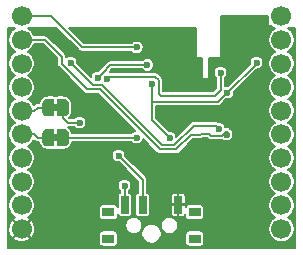
<source format=gbr>
%TF.GenerationSoftware,KiCad,Pcbnew,(5.1.7)-1*%
%TF.CreationDate,2020-10-27T00:37:30-04:00*%
%TF.ProjectId,esp8285bee,65737038-3238-4356-9265-652e6b696361,rev?*%
%TF.SameCoordinates,Original*%
%TF.FileFunction,Copper,L2,Bot*%
%TF.FilePolarity,Positive*%
%FSLAX46Y46*%
G04 Gerber Fmt 4.6, Leading zero omitted, Abs format (unit mm)*
G04 Created by KiCad (PCBNEW (5.1.7)-1) date 2020-10-27 00:37:30*
%MOMM*%
%LPD*%
G01*
G04 APERTURE LIST*
%TA.AperFunction,EtchedComponent*%
%ADD10C,0.100000*%
%TD*%
%TA.AperFunction,SMDPad,CuDef*%
%ADD11C,0.100000*%
%TD*%
%TA.AperFunction,ComponentPad*%
%ADD12C,1.700000*%
%TD*%
%TA.AperFunction,SMDPad,CuDef*%
%ADD13R,0.700000X1.500000*%
%TD*%
%TA.AperFunction,SMDPad,CuDef*%
%ADD14R,1.000000X0.800000*%
%TD*%
%TA.AperFunction,ComponentPad*%
%ADD15R,0.900000X0.500000*%
%TD*%
%TA.AperFunction,ViaPad*%
%ADD16C,0.600000*%
%TD*%
%TA.AperFunction,Conductor*%
%ADD17C,0.203200*%
%TD*%
%TA.AperFunction,Conductor*%
%ADD18C,0.152400*%
%TD*%
%TA.AperFunction,Conductor*%
%ADD19C,0.100000*%
%TD*%
G04 APERTURE END LIST*
D10*
%TO.C,JP1*%
G36*
X93222000Y-74630000D02*
G01*
X93722000Y-74630000D01*
X93722000Y-75230000D01*
X93222000Y-75230000D01*
X93222000Y-74630000D01*
G37*
%TO.C,JP2*%
G36*
X93722000Y-77770000D02*
G01*
X93222000Y-77770000D01*
X93222000Y-77170000D01*
X93722000Y-77170000D01*
X93722000Y-77770000D01*
G37*
%TD*%
%TA.AperFunction,SMDPad,CuDef*%
D11*
%TO.P,JP1,1*%
%TO.N,/RESET*%
G36*
X93622000Y-74180000D02*
G01*
X94122000Y-74180000D01*
X94122000Y-74180602D01*
X94146534Y-74180602D01*
X94195365Y-74185412D01*
X94243490Y-74194984D01*
X94290445Y-74209228D01*
X94335778Y-74228005D01*
X94379051Y-74251136D01*
X94419850Y-74278396D01*
X94457779Y-74309524D01*
X94492476Y-74344221D01*
X94523604Y-74382150D01*
X94550864Y-74422949D01*
X94573995Y-74466222D01*
X94592772Y-74511555D01*
X94607016Y-74558510D01*
X94616588Y-74606635D01*
X94621398Y-74655466D01*
X94621398Y-74680000D01*
X94622000Y-74680000D01*
X94622000Y-75180000D01*
X94621398Y-75180000D01*
X94621398Y-75204534D01*
X94616588Y-75253365D01*
X94607016Y-75301490D01*
X94592772Y-75348445D01*
X94573995Y-75393778D01*
X94550864Y-75437051D01*
X94523604Y-75477850D01*
X94492476Y-75515779D01*
X94457779Y-75550476D01*
X94419850Y-75581604D01*
X94379051Y-75608864D01*
X94335778Y-75631995D01*
X94290445Y-75650772D01*
X94243490Y-75665016D01*
X94195365Y-75674588D01*
X94146534Y-75679398D01*
X94122000Y-75679398D01*
X94122000Y-75680000D01*
X93622000Y-75680000D01*
X93622000Y-74180000D01*
G37*
%TD.AperFunction*%
%TA.AperFunction,SMDPad,CuDef*%
%TO.P,JP1,2*%
%TO.N,Net-(JP1-Pad2)*%
G36*
X92822000Y-75679398D02*
G01*
X92797466Y-75679398D01*
X92748635Y-75674588D01*
X92700510Y-75665016D01*
X92653555Y-75650772D01*
X92608222Y-75631995D01*
X92564949Y-75608864D01*
X92524150Y-75581604D01*
X92486221Y-75550476D01*
X92451524Y-75515779D01*
X92420396Y-75477850D01*
X92393136Y-75437051D01*
X92370005Y-75393778D01*
X92351228Y-75348445D01*
X92336984Y-75301490D01*
X92327412Y-75253365D01*
X92322602Y-75204534D01*
X92322602Y-75180000D01*
X92322000Y-75180000D01*
X92322000Y-74680000D01*
X92322602Y-74680000D01*
X92322602Y-74655466D01*
X92327412Y-74606635D01*
X92336984Y-74558510D01*
X92351228Y-74511555D01*
X92370005Y-74466222D01*
X92393136Y-74422949D01*
X92420396Y-74382150D01*
X92451524Y-74344221D01*
X92486221Y-74309524D01*
X92524150Y-74278396D01*
X92564949Y-74251136D01*
X92608222Y-74228005D01*
X92653555Y-74209228D01*
X92700510Y-74194984D01*
X92748635Y-74185412D01*
X92797466Y-74180602D01*
X92822000Y-74180602D01*
X92822000Y-74180000D01*
X93322000Y-74180000D01*
X93322000Y-75680000D01*
X92822000Y-75680000D01*
X92822000Y-75679398D01*
G37*
%TD.AperFunction*%
%TD*%
%TA.AperFunction,SMDPad,CuDef*%
%TO.P,JP2,2*%
%TO.N,/BOOT*%
G36*
X94122000Y-76720602D02*
G01*
X94146534Y-76720602D01*
X94195365Y-76725412D01*
X94243490Y-76734984D01*
X94290445Y-76749228D01*
X94335778Y-76768005D01*
X94379051Y-76791136D01*
X94419850Y-76818396D01*
X94457779Y-76849524D01*
X94492476Y-76884221D01*
X94523604Y-76922150D01*
X94550864Y-76962949D01*
X94573995Y-77006222D01*
X94592772Y-77051555D01*
X94607016Y-77098510D01*
X94616588Y-77146635D01*
X94621398Y-77195466D01*
X94621398Y-77220000D01*
X94622000Y-77220000D01*
X94622000Y-77720000D01*
X94621398Y-77720000D01*
X94621398Y-77744534D01*
X94616588Y-77793365D01*
X94607016Y-77841490D01*
X94592772Y-77888445D01*
X94573995Y-77933778D01*
X94550864Y-77977051D01*
X94523604Y-78017850D01*
X94492476Y-78055779D01*
X94457779Y-78090476D01*
X94419850Y-78121604D01*
X94379051Y-78148864D01*
X94335778Y-78171995D01*
X94290445Y-78190772D01*
X94243490Y-78205016D01*
X94195365Y-78214588D01*
X94146534Y-78219398D01*
X94122000Y-78219398D01*
X94122000Y-78220000D01*
X93622000Y-78220000D01*
X93622000Y-76720000D01*
X94122000Y-76720000D01*
X94122000Y-76720602D01*
G37*
%TD.AperFunction*%
%TA.AperFunction,SMDPad,CuDef*%
%TO.P,JP2,1*%
%TO.N,Net-(JP2-Pad1)*%
G36*
X93322000Y-78220000D02*
G01*
X92822000Y-78220000D01*
X92822000Y-78219398D01*
X92797466Y-78219398D01*
X92748635Y-78214588D01*
X92700510Y-78205016D01*
X92653555Y-78190772D01*
X92608222Y-78171995D01*
X92564949Y-78148864D01*
X92524150Y-78121604D01*
X92486221Y-78090476D01*
X92451524Y-78055779D01*
X92420396Y-78017850D01*
X92393136Y-77977051D01*
X92370005Y-77933778D01*
X92351228Y-77888445D01*
X92336984Y-77841490D01*
X92327412Y-77793365D01*
X92322602Y-77744534D01*
X92322602Y-77720000D01*
X92322000Y-77720000D01*
X92322000Y-77220000D01*
X92322602Y-77220000D01*
X92322602Y-77195466D01*
X92327412Y-77146635D01*
X92336984Y-77098510D01*
X92351228Y-77051555D01*
X92370005Y-77006222D01*
X92393136Y-76962949D01*
X92420396Y-76922150D01*
X92451524Y-76884221D01*
X92486221Y-76849524D01*
X92524150Y-76818396D01*
X92564949Y-76791136D01*
X92608222Y-76768005D01*
X92653555Y-76749228D01*
X92700510Y-76734984D01*
X92748635Y-76725412D01*
X92797466Y-76720602D01*
X92822000Y-76720602D01*
X92822000Y-76720000D01*
X93322000Y-76720000D01*
X93322000Y-78220000D01*
G37*
%TD.AperFunction*%
%TD*%
D12*
%TO.P,MOD1,1*%
%TO.N,+3V3*%
X90600000Y-67200000D03*
%TO.P,MOD1,2*%
%TO.N,/TX*%
X90600000Y-69200000D03*
%TO.P,MOD1,3*%
%TO.N,/RX*%
X90600000Y-71200000D03*
%TO.P,MOD1,4*%
%TO.N,N/C*%
X90600000Y-73200000D03*
%TO.P,MOD1,5*%
%TO.N,Net-(JP1-Pad2)*%
X90600000Y-75200000D03*
%TO.P,MOD1,6*%
%TO.N,Net-(JP2-Pad1)*%
X90600000Y-77200000D03*
%TO.P,MOD1,7*%
%TO.N,N/C*%
X90600000Y-79200000D03*
%TO.P,MOD1,8*%
X90600000Y-81200000D03*
%TO.P,MOD1,9*%
X90600000Y-83200000D03*
%TO.P,MOD1,10*%
%TO.N,GND*%
X90600000Y-85200000D03*
%TO.P,MOD1,11*%
%TO.N,N/C*%
X112600000Y-85200000D03*
%TO.P,MOD1,12*%
X112600000Y-83200000D03*
%TO.P,MOD1,13*%
X112600000Y-81200000D03*
%TO.P,MOD1,14*%
X112600000Y-79200000D03*
%TO.P,MOD1,15*%
X112600000Y-77200000D03*
%TO.P,MOD1,16*%
X112600000Y-75200000D03*
%TO.P,MOD1,17*%
X112600000Y-73200000D03*
%TO.P,MOD1,18*%
X112600000Y-71200000D03*
%TO.P,MOD1,19*%
X112600000Y-69200000D03*
%TO.P,MOD1,20*%
X112600000Y-67200000D03*
%TD*%
D13*
%TO.P,SW3,1*%
%TO.N,GND*%
X103850000Y-83152000D03*
%TO.P,SW3,2*%
%TO.N,Net-(R7-Pad2)*%
X100850000Y-83152000D03*
%TO.P,SW3,3*%
%TO.N,+3V3*%
X99350000Y-83152000D03*
D14*
%TO.P,SW3,*%
%TO.N,*%
X105250000Y-86012000D03*
X97950000Y-86012000D03*
X97950000Y-83802000D03*
X105250000Y-83802000D03*
%TD*%
D15*
%TO.P,AE1,2*%
%TO.N,GND*%
X108272000Y-67564000D03*
%TD*%
D16*
%TO.N,GND*%
X111664525Y-68226660D03*
X105156000Y-68834000D03*
X97790000Y-70612000D03*
X104039500Y-75030500D03*
X105764500Y-75030500D03*
X104039500Y-73305500D03*
X105764500Y-73305500D03*
X111693080Y-72200000D03*
X106172000Y-77724000D03*
X109220000Y-77216000D03*
X91948000Y-70104000D03*
X92710000Y-70358000D03*
X97028000Y-70612000D03*
X103378000Y-69596000D03*
X107915017Y-69576955D03*
X97790000Y-68834000D03*
X110744000Y-67564000D03*
X109728000Y-67564000D03*
%TO.N,+3V3*%
X108031998Y-73660000D03*
X110490000Y-71120000D03*
X101600000Y-72898000D03*
X103124000Y-77470000D03*
X99314000Y-81534000D03*
X100343000Y-69837000D03*
%TO.N,/RESET*%
X95504000Y-76200000D03*
X107442000Y-71975600D03*
X97815116Y-72533010D03*
%TO.N,/BOOT*%
X100330000Y-77470000D03*
%TO.N,Net-(JP3-Pad2)*%
X97028000Y-72390000D03*
X101240963Y-71318637D03*
%TO.N,/TX*%
X107950000Y-77216000D03*
%TO.N,/RX*%
X107277002Y-76708000D03*
X94742000Y-71120000D03*
%TO.N,Net-(R7-Pad2)*%
X98806000Y-78994000D03*
%TD*%
D17*
%TO.N,+3V3*%
X110490000Y-71201998D02*
X110490000Y-71120000D01*
X108031998Y-73660000D02*
X110490000Y-71201998D01*
X101600000Y-74168000D02*
X101600000Y-72898000D01*
X101600000Y-75946000D02*
X103124000Y-77470000D01*
X99314000Y-83116000D02*
X99350000Y-83152000D01*
X99314000Y-81534000D02*
X99314000Y-83116000D01*
X90600000Y-67200000D02*
X93108000Y-67200000D01*
X93108000Y-67200000D02*
X95745000Y-69837000D01*
X95745000Y-69837000D02*
X100343000Y-69837000D01*
X107188000Y-74422000D02*
X101600000Y-74422000D01*
X107950000Y-73660000D02*
X107188000Y-74422000D01*
X108031998Y-73660000D02*
X107950000Y-73660000D01*
X101600000Y-74422000D02*
X101600000Y-75946000D01*
X101600000Y-74168000D02*
X101600000Y-74422000D01*
%TO.N,/RESET*%
X94122000Y-74930000D02*
X94122000Y-75834000D01*
X94488000Y-76200000D02*
X95504000Y-76200000D01*
X94122000Y-75834000D02*
X94488000Y-76200000D01*
X107442000Y-71975600D02*
X107442000Y-73359628D01*
X107442000Y-73359628D02*
X107442000Y-73406000D01*
X107442000Y-73406000D02*
X106934000Y-73914000D01*
X106934000Y-73914000D02*
X102362000Y-73914000D01*
X102362000Y-73914000D02*
X102201601Y-73753601D01*
X102201601Y-73753601D02*
X102201601Y-72609231D01*
X98051727Y-72296399D02*
X97815116Y-72533010D01*
X101888769Y-72296399D02*
X98051727Y-72296399D01*
X102201601Y-72609231D02*
X101888769Y-72296399D01*
%TO.N,Net-(JP1-Pad2)*%
X90600000Y-75200000D02*
X91678000Y-75200000D01*
X91948000Y-74930000D02*
X92822000Y-74930000D01*
X91678000Y-75200000D02*
X91948000Y-74930000D01*
%TO.N,/BOOT*%
X94122000Y-77470000D02*
X100330000Y-77470000D01*
%TO.N,Net-(JP2-Pad1)*%
X90600000Y-77200000D02*
X91678000Y-77200000D01*
X91948000Y-77470000D02*
X92822000Y-77470000D01*
X91678000Y-77200000D02*
X91948000Y-77470000D01*
%TO.N,Net-(JP3-Pad2)*%
X97455400Y-71962600D02*
X97028000Y-72390000D01*
X98099363Y-71318637D02*
X97455400Y-71962600D01*
X101240963Y-71318637D02*
X98099363Y-71318637D01*
%TO.N,/TX*%
X92568000Y-69200000D02*
X90600000Y-69200000D01*
X93980000Y-70612000D02*
X92568000Y-69200000D01*
X107950000Y-76925372D02*
X107565771Y-77309601D01*
X107565771Y-77309601D02*
X106647971Y-77309601D01*
X106647971Y-77309601D02*
X106460769Y-77122399D01*
X105757601Y-77122399D02*
X105664000Y-77216000D01*
X106460769Y-77122399D02*
X105757601Y-77122399D01*
X105664000Y-77216000D02*
X104964224Y-77216000D01*
X102288587Y-78474811D02*
X97208587Y-73394811D01*
X104964224Y-77216000D02*
X103705414Y-78474811D01*
X103705414Y-78474811D02*
X102288587Y-78474811D01*
X96126441Y-73394811D02*
X93980000Y-71248370D01*
X97208587Y-73394811D02*
X96126441Y-73394811D01*
X107950000Y-77216000D02*
X107950000Y-76925372D01*
X93980000Y-71248370D02*
X93980000Y-70612000D01*
%TO.N,/RX*%
X107023002Y-76454000D02*
X105156000Y-76454000D01*
X107277002Y-76708000D02*
X107023002Y-76454000D01*
X103538399Y-78071601D02*
X102455601Y-78071601D01*
X105156000Y-76454000D02*
X103538399Y-78071601D01*
X96613601Y-72991601D02*
X94742000Y-71120000D01*
X97375601Y-72991601D02*
X96613601Y-72991601D01*
X102455601Y-78071601D02*
X97375601Y-72991601D01*
%TO.N,Net-(R7-Pad2)*%
X100850000Y-81038000D02*
X98806000Y-78994000D01*
X100850000Y-83152000D02*
X100850000Y-81038000D01*
%TD*%
D18*
%TO.N,GND*%
X111429800Y-68072000D02*
X111431264Y-68086866D01*
X111435600Y-68101160D01*
X111442642Y-68114334D01*
X111452118Y-68125882D01*
X111463666Y-68135358D01*
X111476840Y-68142400D01*
X111491134Y-68146736D01*
X111506000Y-68148200D01*
X111986214Y-68148200D01*
X112063738Y-68200000D01*
X111880049Y-68322737D01*
X111722737Y-68480049D01*
X111599138Y-68665028D01*
X111514002Y-68870566D01*
X111470600Y-69088764D01*
X111470600Y-69311236D01*
X111514002Y-69529434D01*
X111599138Y-69734972D01*
X111722737Y-69919951D01*
X111880049Y-70077263D01*
X112063738Y-70200000D01*
X111880049Y-70322737D01*
X111722737Y-70480049D01*
X111599138Y-70665028D01*
X111514002Y-70870566D01*
X111470600Y-71088764D01*
X111470600Y-71311236D01*
X111514002Y-71529434D01*
X111599138Y-71734972D01*
X111722737Y-71919951D01*
X111880049Y-72077263D01*
X112063738Y-72200000D01*
X111880049Y-72322737D01*
X111722737Y-72480049D01*
X111599138Y-72665028D01*
X111514002Y-72870566D01*
X111470600Y-73088764D01*
X111470600Y-73311236D01*
X111514002Y-73529434D01*
X111599138Y-73734972D01*
X111722737Y-73919951D01*
X111880049Y-74077263D01*
X112063738Y-74200000D01*
X111880049Y-74322737D01*
X111722737Y-74480049D01*
X111599138Y-74665028D01*
X111514002Y-74870566D01*
X111470600Y-75088764D01*
X111470600Y-75311236D01*
X111514002Y-75529434D01*
X111599138Y-75734972D01*
X111722737Y-75919951D01*
X111880049Y-76077263D01*
X112063738Y-76200000D01*
X111880049Y-76322737D01*
X111722737Y-76480049D01*
X111599138Y-76665028D01*
X111514002Y-76870566D01*
X111470600Y-77088764D01*
X111470600Y-77311236D01*
X111514002Y-77529434D01*
X111599138Y-77734972D01*
X111722737Y-77919951D01*
X111880049Y-78077263D01*
X112063738Y-78200000D01*
X111880049Y-78322737D01*
X111722737Y-78480049D01*
X111599138Y-78665028D01*
X111514002Y-78870566D01*
X111470600Y-79088764D01*
X111470600Y-79311236D01*
X111514002Y-79529434D01*
X111599138Y-79734972D01*
X111722737Y-79919951D01*
X111880049Y-80077263D01*
X112063738Y-80200000D01*
X111880049Y-80322737D01*
X111722737Y-80480049D01*
X111599138Y-80665028D01*
X111514002Y-80870566D01*
X111470600Y-81088764D01*
X111470600Y-81311236D01*
X111514002Y-81529434D01*
X111599138Y-81734972D01*
X111722737Y-81919951D01*
X111880049Y-82077263D01*
X112063738Y-82200000D01*
X111880049Y-82322737D01*
X111722737Y-82480049D01*
X111599138Y-82665028D01*
X111514002Y-82870566D01*
X111470600Y-83088764D01*
X111470600Y-83311236D01*
X111514002Y-83529434D01*
X111599138Y-83734972D01*
X111722737Y-83919951D01*
X111880049Y-84077263D01*
X112063738Y-84200000D01*
X111880049Y-84322737D01*
X111722737Y-84480049D01*
X111599138Y-84665028D01*
X111514002Y-84870566D01*
X111470600Y-85088764D01*
X111470600Y-85311236D01*
X111514002Y-85529434D01*
X111599138Y-85734972D01*
X111722737Y-85919951D01*
X111880049Y-86077263D01*
X112065028Y-86200862D01*
X112270566Y-86285998D01*
X112488764Y-86329400D01*
X112711236Y-86329400D01*
X112929434Y-86285998D01*
X113134972Y-86200862D01*
X113319951Y-86077263D01*
X113477263Y-85919951D01*
X113600862Y-85734972D01*
X113685998Y-85529434D01*
X113729400Y-85311236D01*
X113729400Y-85088764D01*
X113685998Y-84870566D01*
X113600862Y-84665028D01*
X113477263Y-84480049D01*
X113319951Y-84322737D01*
X113136262Y-84200000D01*
X113319951Y-84077263D01*
X113477263Y-83919951D01*
X113600862Y-83734972D01*
X113685998Y-83529434D01*
X113729400Y-83311236D01*
X113729400Y-83088764D01*
X113685998Y-82870566D01*
X113600862Y-82665028D01*
X113477263Y-82480049D01*
X113319951Y-82322737D01*
X113136262Y-82200000D01*
X113319951Y-82077263D01*
X113477263Y-81919951D01*
X113600862Y-81734972D01*
X113685998Y-81529434D01*
X113729400Y-81311236D01*
X113729400Y-81088764D01*
X113685998Y-80870566D01*
X113600862Y-80665028D01*
X113477263Y-80480049D01*
X113319951Y-80322737D01*
X113136262Y-80200000D01*
X113319951Y-80077263D01*
X113477263Y-79919951D01*
X113600862Y-79734972D01*
X113685998Y-79529434D01*
X113729400Y-79311236D01*
X113729400Y-79088764D01*
X113685998Y-78870566D01*
X113600862Y-78665028D01*
X113477263Y-78480049D01*
X113319951Y-78322737D01*
X113136262Y-78200000D01*
X113319951Y-78077263D01*
X113477263Y-77919951D01*
X113600862Y-77734972D01*
X113685998Y-77529434D01*
X113729400Y-77311236D01*
X113729400Y-77088764D01*
X113685998Y-76870566D01*
X113600862Y-76665028D01*
X113477263Y-76480049D01*
X113319951Y-76322737D01*
X113136262Y-76200000D01*
X113319951Y-76077263D01*
X113477263Y-75919951D01*
X113600862Y-75734972D01*
X113685998Y-75529434D01*
X113729400Y-75311236D01*
X113729400Y-75088764D01*
X113685998Y-74870566D01*
X113600862Y-74665028D01*
X113477263Y-74480049D01*
X113319951Y-74322737D01*
X113136262Y-74200000D01*
X113319951Y-74077263D01*
X113477263Y-73919951D01*
X113600862Y-73734972D01*
X113685998Y-73529434D01*
X113729400Y-73311236D01*
X113729400Y-73088764D01*
X113685998Y-72870566D01*
X113600862Y-72665028D01*
X113477263Y-72480049D01*
X113319951Y-72322737D01*
X113136262Y-72200000D01*
X113319951Y-72077263D01*
X113477263Y-71919951D01*
X113600862Y-71734972D01*
X113685998Y-71529434D01*
X113729400Y-71311236D01*
X113729400Y-71088764D01*
X113685998Y-70870566D01*
X113600862Y-70665028D01*
X113477263Y-70480049D01*
X113319951Y-70322737D01*
X113136262Y-70200000D01*
X113319951Y-70077263D01*
X113477263Y-69919951D01*
X113600862Y-69734972D01*
X113685998Y-69529434D01*
X113729400Y-69311236D01*
X113729400Y-69088764D01*
X113685998Y-68870566D01*
X113600862Y-68665028D01*
X113477263Y-68480049D01*
X113319951Y-68322737D01*
X113136262Y-68200000D01*
X113213786Y-68148200D01*
X113741601Y-68148200D01*
X113741600Y-86817600D01*
X89458400Y-86817600D01*
X89458400Y-85970826D01*
X89865095Y-85970826D01*
X89953659Y-86132825D01*
X90148063Y-86240996D01*
X90359835Y-86309162D01*
X90580837Y-86334703D01*
X90802575Y-86316639D01*
X91016528Y-86255663D01*
X91214474Y-86154118D01*
X91246341Y-86132825D01*
X91334905Y-85970826D01*
X90600000Y-85235921D01*
X89865095Y-85970826D01*
X89458400Y-85970826D01*
X89458400Y-85180837D01*
X89465297Y-85180837D01*
X89483361Y-85402575D01*
X89544337Y-85616528D01*
X89645882Y-85814474D01*
X89667175Y-85846341D01*
X89829174Y-85934905D01*
X90564079Y-85200000D01*
X90635921Y-85200000D01*
X91370826Y-85934905D01*
X91532825Y-85846341D01*
X91640996Y-85651937D01*
X91653851Y-85612000D01*
X97169249Y-85612000D01*
X97169249Y-86412000D01*
X97174644Y-86466772D01*
X97190620Y-86519439D01*
X97216564Y-86567977D01*
X97251479Y-86610521D01*
X97294023Y-86645436D01*
X97342561Y-86671380D01*
X97395228Y-86687356D01*
X97450000Y-86692751D01*
X98450000Y-86692751D01*
X98504772Y-86687356D01*
X98557439Y-86671380D01*
X98605977Y-86645436D01*
X98648521Y-86610521D01*
X98683436Y-86567977D01*
X98709380Y-86519439D01*
X98725356Y-86466772D01*
X98730751Y-86412000D01*
X98730751Y-85612000D01*
X98725356Y-85557228D01*
X98709380Y-85504561D01*
X98683436Y-85456023D01*
X98648521Y-85413479D01*
X98605977Y-85378564D01*
X98557439Y-85352620D01*
X98504772Y-85336644D01*
X98450000Y-85331249D01*
X97450000Y-85331249D01*
X97395228Y-85336644D01*
X97342561Y-85352620D01*
X97294023Y-85378564D01*
X97251479Y-85413479D01*
X97216564Y-85456023D01*
X97190620Y-85504561D01*
X97174644Y-85557228D01*
X97169249Y-85612000D01*
X91653851Y-85612000D01*
X91709162Y-85440165D01*
X91734703Y-85219163D01*
X91716639Y-84997425D01*
X91671819Y-84840160D01*
X99370600Y-84840160D01*
X99370600Y-84983840D01*
X99398631Y-85124758D01*
X99453614Y-85257500D01*
X99533438Y-85376965D01*
X99635035Y-85478562D01*
X99754500Y-85558386D01*
X99887242Y-85613369D01*
X100028160Y-85641400D01*
X100171840Y-85641400D01*
X100312758Y-85613369D01*
X100445500Y-85558386D01*
X100512302Y-85513750D01*
X100744600Y-85513750D01*
X100744600Y-85682250D01*
X100777472Y-85847511D01*
X100841954Y-86003184D01*
X100935567Y-86143286D01*
X101054714Y-86262433D01*
X101194816Y-86356046D01*
X101350489Y-86420528D01*
X101515750Y-86453400D01*
X101684250Y-86453400D01*
X101849511Y-86420528D01*
X102005184Y-86356046D01*
X102145286Y-86262433D01*
X102264433Y-86143286D01*
X102358046Y-86003184D01*
X102422528Y-85847511D01*
X102455400Y-85682250D01*
X102455400Y-85513750D01*
X102422528Y-85348489D01*
X102358046Y-85192816D01*
X102264433Y-85052714D01*
X102145286Y-84933567D01*
X102005493Y-84840160D01*
X102370600Y-84840160D01*
X102370600Y-84983840D01*
X102398631Y-85124758D01*
X102453614Y-85257500D01*
X102533438Y-85376965D01*
X102635035Y-85478562D01*
X102754500Y-85558386D01*
X102887242Y-85613369D01*
X103028160Y-85641400D01*
X103171840Y-85641400D01*
X103312758Y-85613369D01*
X103316063Y-85612000D01*
X104469249Y-85612000D01*
X104469249Y-86412000D01*
X104474644Y-86466772D01*
X104490620Y-86519439D01*
X104516564Y-86567977D01*
X104551479Y-86610521D01*
X104594023Y-86645436D01*
X104642561Y-86671380D01*
X104695228Y-86687356D01*
X104750000Y-86692751D01*
X105750000Y-86692751D01*
X105804772Y-86687356D01*
X105857439Y-86671380D01*
X105905977Y-86645436D01*
X105948521Y-86610521D01*
X105983436Y-86567977D01*
X106009380Y-86519439D01*
X106025356Y-86466772D01*
X106030751Y-86412000D01*
X106030751Y-85612000D01*
X106025356Y-85557228D01*
X106009380Y-85504561D01*
X105983436Y-85456023D01*
X105948521Y-85413479D01*
X105905977Y-85378564D01*
X105857439Y-85352620D01*
X105804772Y-85336644D01*
X105750000Y-85331249D01*
X104750000Y-85331249D01*
X104695228Y-85336644D01*
X104642561Y-85352620D01*
X104594023Y-85378564D01*
X104551479Y-85413479D01*
X104516564Y-85456023D01*
X104490620Y-85504561D01*
X104474644Y-85557228D01*
X104469249Y-85612000D01*
X103316063Y-85612000D01*
X103445500Y-85558386D01*
X103564965Y-85478562D01*
X103666562Y-85376965D01*
X103746386Y-85257500D01*
X103801369Y-85124758D01*
X103829400Y-84983840D01*
X103829400Y-84840160D01*
X103801369Y-84699242D01*
X103746386Y-84566500D01*
X103666562Y-84447035D01*
X103564965Y-84345438D01*
X103445500Y-84265614D01*
X103312758Y-84210631D01*
X103171840Y-84182600D01*
X103028160Y-84182600D01*
X102887242Y-84210631D01*
X102754500Y-84265614D01*
X102635035Y-84345438D01*
X102533438Y-84447035D01*
X102453614Y-84566500D01*
X102398631Y-84699242D01*
X102370600Y-84840160D01*
X102005493Y-84840160D01*
X102005184Y-84839954D01*
X101849511Y-84775472D01*
X101684250Y-84742600D01*
X101515750Y-84742600D01*
X101350489Y-84775472D01*
X101194816Y-84839954D01*
X101054714Y-84933567D01*
X100935567Y-85052714D01*
X100841954Y-85192816D01*
X100777472Y-85348489D01*
X100744600Y-85513750D01*
X100512302Y-85513750D01*
X100564965Y-85478562D01*
X100666562Y-85376965D01*
X100746386Y-85257500D01*
X100801369Y-85124758D01*
X100829400Y-84983840D01*
X100829400Y-84840160D01*
X100801369Y-84699242D01*
X100746386Y-84566500D01*
X100666562Y-84447035D01*
X100564965Y-84345438D01*
X100445500Y-84265614D01*
X100312758Y-84210631D01*
X100171840Y-84182600D01*
X100028160Y-84182600D01*
X99887242Y-84210631D01*
X99754500Y-84265614D01*
X99635035Y-84345438D01*
X99533438Y-84447035D01*
X99453614Y-84566500D01*
X99398631Y-84699242D01*
X99370600Y-84840160D01*
X91671819Y-84840160D01*
X91655663Y-84783472D01*
X91554118Y-84585526D01*
X91532825Y-84553659D01*
X91370826Y-84465095D01*
X90635921Y-85200000D01*
X90564079Y-85200000D01*
X89829174Y-84465095D01*
X89667175Y-84553659D01*
X89559004Y-84748063D01*
X89490838Y-84959835D01*
X89465297Y-85180837D01*
X89458400Y-85180837D01*
X89458400Y-68148200D01*
X89986214Y-68148200D01*
X90063738Y-68200000D01*
X89880049Y-68322737D01*
X89722737Y-68480049D01*
X89599138Y-68665028D01*
X89514002Y-68870566D01*
X89470600Y-69088764D01*
X89470600Y-69311236D01*
X89514002Y-69529434D01*
X89599138Y-69734972D01*
X89722737Y-69919951D01*
X89880049Y-70077263D01*
X90063738Y-70200000D01*
X89880049Y-70322737D01*
X89722737Y-70480049D01*
X89599138Y-70665028D01*
X89514002Y-70870566D01*
X89470600Y-71088764D01*
X89470600Y-71311236D01*
X89514002Y-71529434D01*
X89599138Y-71734972D01*
X89722737Y-71919951D01*
X89880049Y-72077263D01*
X90063738Y-72200000D01*
X89880049Y-72322737D01*
X89722737Y-72480049D01*
X89599138Y-72665028D01*
X89514002Y-72870566D01*
X89470600Y-73088764D01*
X89470600Y-73311236D01*
X89514002Y-73529434D01*
X89599138Y-73734972D01*
X89722737Y-73919951D01*
X89880049Y-74077263D01*
X90063738Y-74200000D01*
X89880049Y-74322737D01*
X89722737Y-74480049D01*
X89599138Y-74665028D01*
X89514002Y-74870566D01*
X89470600Y-75088764D01*
X89470600Y-75311236D01*
X89514002Y-75529434D01*
X89599138Y-75734972D01*
X89722737Y-75919951D01*
X89880049Y-76077263D01*
X90063738Y-76200000D01*
X89880049Y-76322737D01*
X89722737Y-76480049D01*
X89599138Y-76665028D01*
X89514002Y-76870566D01*
X89470600Y-77088764D01*
X89470600Y-77311236D01*
X89514002Y-77529434D01*
X89599138Y-77734972D01*
X89722737Y-77919951D01*
X89880049Y-78077263D01*
X90063738Y-78200000D01*
X89880049Y-78322737D01*
X89722737Y-78480049D01*
X89599138Y-78665028D01*
X89514002Y-78870566D01*
X89470600Y-79088764D01*
X89470600Y-79311236D01*
X89514002Y-79529434D01*
X89599138Y-79734972D01*
X89722737Y-79919951D01*
X89880049Y-80077263D01*
X90063738Y-80200000D01*
X89880049Y-80322737D01*
X89722737Y-80480049D01*
X89599138Y-80665028D01*
X89514002Y-80870566D01*
X89470600Y-81088764D01*
X89470600Y-81311236D01*
X89514002Y-81529434D01*
X89599138Y-81734972D01*
X89722737Y-81919951D01*
X89880049Y-82077263D01*
X90063738Y-82200000D01*
X89880049Y-82322737D01*
X89722737Y-82480049D01*
X89599138Y-82665028D01*
X89514002Y-82870566D01*
X89470600Y-83088764D01*
X89470600Y-83311236D01*
X89514002Y-83529434D01*
X89599138Y-83734972D01*
X89722737Y-83919951D01*
X89880049Y-84077263D01*
X90065028Y-84200862D01*
X90069597Y-84202754D01*
X89985526Y-84245882D01*
X89953659Y-84267175D01*
X89865095Y-84429174D01*
X90600000Y-85164079D01*
X91334905Y-84429174D01*
X91246341Y-84267175D01*
X91130496Y-84202716D01*
X91134972Y-84200862D01*
X91319951Y-84077263D01*
X91477263Y-83919951D01*
X91600862Y-83734972D01*
X91685998Y-83529434D01*
X91711346Y-83402000D01*
X97169249Y-83402000D01*
X97169249Y-84202000D01*
X97174644Y-84256772D01*
X97190620Y-84309439D01*
X97216564Y-84357977D01*
X97251479Y-84400521D01*
X97294023Y-84435436D01*
X97342561Y-84461380D01*
X97395228Y-84477356D01*
X97450000Y-84482751D01*
X98450000Y-84482751D01*
X98504772Y-84477356D01*
X98557439Y-84461380D01*
X98605977Y-84435436D01*
X98648521Y-84400521D01*
X98683436Y-84357977D01*
X98709380Y-84309439D01*
X98725356Y-84256772D01*
X98730751Y-84202000D01*
X98730751Y-83976905D01*
X98740620Y-84009439D01*
X98766564Y-84057977D01*
X98801479Y-84100521D01*
X98844023Y-84135436D01*
X98892561Y-84161380D01*
X98945228Y-84177356D01*
X99000000Y-84182751D01*
X99700000Y-84182751D01*
X99754772Y-84177356D01*
X99807439Y-84161380D01*
X99855977Y-84135436D01*
X99898521Y-84100521D01*
X99933436Y-84057977D01*
X99959380Y-84009439D01*
X99975356Y-83956772D01*
X99980751Y-83902000D01*
X99980751Y-82402000D01*
X99975356Y-82347228D01*
X99959380Y-82294561D01*
X99933436Y-82246023D01*
X99898521Y-82203479D01*
X99855977Y-82168564D01*
X99807439Y-82142620D01*
X99754772Y-82126644D01*
X99700000Y-82121249D01*
X99695000Y-82121249D01*
X99695000Y-81972395D01*
X99764049Y-81903346D01*
X99827457Y-81808449D01*
X99871134Y-81703005D01*
X99893400Y-81591066D01*
X99893400Y-81476934D01*
X99871134Y-81364995D01*
X99827457Y-81259551D01*
X99764049Y-81164654D01*
X99683346Y-81083951D01*
X99588449Y-81020543D01*
X99483005Y-80976866D01*
X99371066Y-80954600D01*
X99256934Y-80954600D01*
X99144995Y-80976866D01*
X99039551Y-81020543D01*
X98944654Y-81083951D01*
X98863951Y-81164654D01*
X98800543Y-81259551D01*
X98756866Y-81364995D01*
X98734600Y-81476934D01*
X98734600Y-81591066D01*
X98756866Y-81703005D01*
X98800543Y-81808449D01*
X98863951Y-81903346D01*
X98933000Y-81972395D01*
X98933000Y-82130353D01*
X98892561Y-82142620D01*
X98844023Y-82168564D01*
X98801479Y-82203479D01*
X98766564Y-82246023D01*
X98740620Y-82294561D01*
X98724644Y-82347228D01*
X98719249Y-82402000D01*
X98719249Y-83327095D01*
X98709380Y-83294561D01*
X98683436Y-83246023D01*
X98648521Y-83203479D01*
X98605977Y-83168564D01*
X98557439Y-83142620D01*
X98504772Y-83126644D01*
X98450000Y-83121249D01*
X97450000Y-83121249D01*
X97395228Y-83126644D01*
X97342561Y-83142620D01*
X97294023Y-83168564D01*
X97251479Y-83203479D01*
X97216564Y-83246023D01*
X97190620Y-83294561D01*
X97174644Y-83347228D01*
X97169249Y-83402000D01*
X91711346Y-83402000D01*
X91729400Y-83311236D01*
X91729400Y-83088764D01*
X91685998Y-82870566D01*
X91600862Y-82665028D01*
X91477263Y-82480049D01*
X91319951Y-82322737D01*
X91136262Y-82200000D01*
X91319951Y-82077263D01*
X91477263Y-81919951D01*
X91600862Y-81734972D01*
X91685998Y-81529434D01*
X91729400Y-81311236D01*
X91729400Y-81088764D01*
X91685998Y-80870566D01*
X91600862Y-80665028D01*
X91477263Y-80480049D01*
X91319951Y-80322737D01*
X91136262Y-80200000D01*
X91319951Y-80077263D01*
X91477263Y-79919951D01*
X91600862Y-79734972D01*
X91685998Y-79529434D01*
X91729400Y-79311236D01*
X91729400Y-79088764D01*
X91699200Y-78936934D01*
X98226600Y-78936934D01*
X98226600Y-79051066D01*
X98248866Y-79163005D01*
X98292543Y-79268449D01*
X98355951Y-79363346D01*
X98436654Y-79444049D01*
X98531551Y-79507457D01*
X98636995Y-79551134D01*
X98748934Y-79573400D01*
X98846586Y-79573400D01*
X100469001Y-81195817D01*
X100469000Y-82124302D01*
X100445228Y-82126644D01*
X100392561Y-82142620D01*
X100344023Y-82168564D01*
X100301479Y-82203479D01*
X100266564Y-82246023D01*
X100240620Y-82294561D01*
X100224644Y-82347228D01*
X100219249Y-82402000D01*
X100219249Y-83902000D01*
X100224644Y-83956772D01*
X100240620Y-84009439D01*
X100266564Y-84057977D01*
X100301479Y-84100521D01*
X100344023Y-84135436D01*
X100392561Y-84161380D01*
X100445228Y-84177356D01*
X100500000Y-84182751D01*
X101200000Y-84182751D01*
X101254772Y-84177356D01*
X101307439Y-84161380D01*
X101355977Y-84135436D01*
X101398521Y-84100521D01*
X101433436Y-84057977D01*
X101459380Y-84009439D01*
X101475356Y-83956772D01*
X101480751Y-83902000D01*
X103219248Y-83902000D01*
X103224643Y-83956772D01*
X103240619Y-84009439D01*
X103266563Y-84057977D01*
X103301478Y-84100522D01*
X103344023Y-84135437D01*
X103392561Y-84161381D01*
X103445228Y-84177357D01*
X103500000Y-84182752D01*
X103754750Y-84181400D01*
X103824600Y-84111550D01*
X103824600Y-83177400D01*
X103875400Y-83177400D01*
X103875400Y-84111550D01*
X103945250Y-84181400D01*
X104200000Y-84182752D01*
X104254772Y-84177357D01*
X104307439Y-84161381D01*
X104355977Y-84135437D01*
X104398522Y-84100522D01*
X104433437Y-84057977D01*
X104459381Y-84009439D01*
X104469249Y-83976908D01*
X104469249Y-84202000D01*
X104474644Y-84256772D01*
X104490620Y-84309439D01*
X104516564Y-84357977D01*
X104551479Y-84400521D01*
X104594023Y-84435436D01*
X104642561Y-84461380D01*
X104695228Y-84477356D01*
X104750000Y-84482751D01*
X105750000Y-84482751D01*
X105804772Y-84477356D01*
X105857439Y-84461380D01*
X105905977Y-84435436D01*
X105948521Y-84400521D01*
X105983436Y-84357977D01*
X106009380Y-84309439D01*
X106025356Y-84256772D01*
X106030751Y-84202000D01*
X106030751Y-83402000D01*
X106025356Y-83347228D01*
X106009380Y-83294561D01*
X105983436Y-83246023D01*
X105948521Y-83203479D01*
X105905977Y-83168564D01*
X105857439Y-83142620D01*
X105804772Y-83126644D01*
X105750000Y-83121249D01*
X104750000Y-83121249D01*
X104695228Y-83126644D01*
X104642561Y-83142620D01*
X104594023Y-83168564D01*
X104551479Y-83203479D01*
X104516564Y-83246023D01*
X104490620Y-83294561D01*
X104479573Y-83330979D01*
X104479400Y-83247250D01*
X104409550Y-83177400D01*
X103875400Y-83177400D01*
X103824600Y-83177400D01*
X103290450Y-83177400D01*
X103220600Y-83247250D01*
X103219248Y-83902000D01*
X101480751Y-83902000D01*
X101480751Y-82402000D01*
X103219248Y-82402000D01*
X103220600Y-83056750D01*
X103290450Y-83126600D01*
X103824600Y-83126600D01*
X103824600Y-82192450D01*
X103875400Y-82192450D01*
X103875400Y-83126600D01*
X104409550Y-83126600D01*
X104479400Y-83056750D01*
X104480752Y-82402000D01*
X104475357Y-82347228D01*
X104459381Y-82294561D01*
X104433437Y-82246023D01*
X104398522Y-82203478D01*
X104355977Y-82168563D01*
X104307439Y-82142619D01*
X104254772Y-82126643D01*
X104200000Y-82121248D01*
X103945250Y-82122600D01*
X103875400Y-82192450D01*
X103824600Y-82192450D01*
X103754750Y-82122600D01*
X103500000Y-82121248D01*
X103445228Y-82126643D01*
X103392561Y-82142619D01*
X103344023Y-82168563D01*
X103301478Y-82203478D01*
X103266563Y-82246023D01*
X103240619Y-82294561D01*
X103224643Y-82347228D01*
X103219248Y-82402000D01*
X101480751Y-82402000D01*
X101475356Y-82347228D01*
X101459380Y-82294561D01*
X101433436Y-82246023D01*
X101398521Y-82203479D01*
X101355977Y-82168564D01*
X101307439Y-82142620D01*
X101254772Y-82126644D01*
X101231000Y-82124302D01*
X101231000Y-81056710D01*
X101232843Y-81038000D01*
X101231000Y-81019287D01*
X101225487Y-80963311D01*
X101203701Y-80891492D01*
X101168322Y-80825304D01*
X101132640Y-80781824D01*
X101132637Y-80781821D01*
X101120711Y-80767289D01*
X101106179Y-80755363D01*
X99385400Y-79034586D01*
X99385400Y-78936934D01*
X99363134Y-78824995D01*
X99319457Y-78719551D01*
X99256049Y-78624654D01*
X99175346Y-78543951D01*
X99080449Y-78480543D01*
X98975005Y-78436866D01*
X98863066Y-78414600D01*
X98748934Y-78414600D01*
X98636995Y-78436866D01*
X98531551Y-78480543D01*
X98436654Y-78543951D01*
X98355951Y-78624654D01*
X98292543Y-78719551D01*
X98248866Y-78824995D01*
X98226600Y-78936934D01*
X91699200Y-78936934D01*
X91685998Y-78870566D01*
X91600862Y-78665028D01*
X91477263Y-78480049D01*
X91319951Y-78322737D01*
X91136262Y-78200000D01*
X91319951Y-78077263D01*
X91477263Y-77919951D01*
X91600862Y-77734972D01*
X91622329Y-77683145D01*
X91665363Y-77726178D01*
X91677289Y-77740711D01*
X91691821Y-77752637D01*
X91691824Y-77752640D01*
X91735303Y-77788322D01*
X91786009Y-77815425D01*
X91801492Y-77823701D01*
X91873311Y-77845487D01*
X91929287Y-77851000D01*
X91929290Y-77851000D01*
X91948000Y-77852843D01*
X91966710Y-77851000D01*
X92054465Y-77851000D01*
X92068173Y-77919914D01*
X92084148Y-77972580D01*
X92121657Y-78063136D01*
X92147602Y-78111676D01*
X92202058Y-78193175D01*
X92236973Y-78235719D01*
X92306281Y-78305027D01*
X92348825Y-78339942D01*
X92430324Y-78394398D01*
X92478864Y-78420343D01*
X92569420Y-78457852D01*
X92622086Y-78473827D01*
X92718219Y-78492949D01*
X92772991Y-78498344D01*
X92797553Y-78498344D01*
X92822000Y-78500752D01*
X93322000Y-78500752D01*
X93376772Y-78495357D01*
X93429439Y-78479381D01*
X93472000Y-78456632D01*
X93514561Y-78479381D01*
X93567228Y-78495357D01*
X93622000Y-78500752D01*
X94122000Y-78500752D01*
X94146447Y-78498344D01*
X94171009Y-78498344D01*
X94225781Y-78492949D01*
X94321914Y-78473827D01*
X94374580Y-78457852D01*
X94465136Y-78420343D01*
X94513676Y-78394398D01*
X94595175Y-78339942D01*
X94637719Y-78305027D01*
X94707027Y-78235719D01*
X94741942Y-78193175D01*
X94796398Y-78111676D01*
X94822343Y-78063136D01*
X94859852Y-77972580D01*
X94875827Y-77919914D01*
X94889535Y-77851000D01*
X99891605Y-77851000D01*
X99960654Y-77920049D01*
X100055551Y-77983457D01*
X100160995Y-78027134D01*
X100272934Y-78049400D01*
X100387066Y-78049400D01*
X100499005Y-78027134D01*
X100604449Y-77983457D01*
X100699346Y-77920049D01*
X100780049Y-77839346D01*
X100843457Y-77744449D01*
X100887134Y-77639005D01*
X100891586Y-77616625D01*
X102005946Y-78730985D01*
X102017876Y-78745522D01*
X102032411Y-78757450D01*
X102075890Y-78793133D01*
X102135499Y-78824995D01*
X102142079Y-78828512D01*
X102213898Y-78850298D01*
X102269874Y-78855811D01*
X102269877Y-78855811D01*
X102288587Y-78857654D01*
X102307297Y-78855811D01*
X103686704Y-78855811D01*
X103705414Y-78857654D01*
X103724124Y-78855811D01*
X103724127Y-78855811D01*
X103780103Y-78850298D01*
X103851922Y-78828512D01*
X103918110Y-78793133D01*
X103976125Y-78745522D01*
X103988060Y-78730979D01*
X105122039Y-77597000D01*
X105645290Y-77597000D01*
X105664000Y-77598843D01*
X105682710Y-77597000D01*
X105682713Y-77597000D01*
X105738689Y-77591487D01*
X105810508Y-77569701D01*
X105876696Y-77534322D01*
X105914376Y-77503399D01*
X106302954Y-77503399D01*
X106365329Y-77565774D01*
X106377260Y-77580312D01*
X106435275Y-77627923D01*
X106501463Y-77663302D01*
X106573282Y-77685088D01*
X106629258Y-77690601D01*
X106629261Y-77690601D01*
X106647971Y-77692444D01*
X106666681Y-77690601D01*
X107547061Y-77690601D01*
X107565771Y-77692444D01*
X107584481Y-77690601D01*
X107584484Y-77690601D01*
X107613170Y-77687776D01*
X107675551Y-77729457D01*
X107780995Y-77773134D01*
X107892934Y-77795400D01*
X108007066Y-77795400D01*
X108119005Y-77773134D01*
X108224449Y-77729457D01*
X108319346Y-77666049D01*
X108400049Y-77585346D01*
X108463457Y-77490449D01*
X108507134Y-77385005D01*
X108529400Y-77273066D01*
X108529400Y-77158934D01*
X108507134Y-77046995D01*
X108463457Y-76941551D01*
X108400049Y-76846654D01*
X108319346Y-76765951D01*
X108284272Y-76742515D01*
X108268322Y-76712676D01*
X108220711Y-76654661D01*
X108162696Y-76607050D01*
X108096508Y-76571671D01*
X108024689Y-76549885D01*
X107950000Y-76542529D01*
X107875312Y-76549885D01*
X107838522Y-76561045D01*
X107834136Y-76538995D01*
X107790459Y-76433551D01*
X107727051Y-76338654D01*
X107646348Y-76257951D01*
X107551451Y-76194543D01*
X107446007Y-76150866D01*
X107334068Y-76128600D01*
X107222456Y-76128600D01*
X107169510Y-76100299D01*
X107097691Y-76078513D01*
X107041715Y-76073000D01*
X107041712Y-76073000D01*
X107023002Y-76071157D01*
X107004292Y-76073000D01*
X105174702Y-76073000D01*
X105155999Y-76071158D01*
X105137296Y-76073000D01*
X105137287Y-76073000D01*
X105081311Y-76078513D01*
X105009492Y-76100299D01*
X104966359Y-76123355D01*
X104943303Y-76135678D01*
X104934462Y-76142934D01*
X104885289Y-76183289D01*
X104873359Y-76197826D01*
X103695909Y-77375276D01*
X103681134Y-77300995D01*
X103637457Y-77195551D01*
X103574049Y-77100654D01*
X103493346Y-77019951D01*
X103398449Y-76956543D01*
X103293005Y-76912866D01*
X103181066Y-76890600D01*
X103083415Y-76890600D01*
X101981000Y-75788186D01*
X101981000Y-74803000D01*
X107169290Y-74803000D01*
X107188000Y-74804843D01*
X107206710Y-74803000D01*
X107206713Y-74803000D01*
X107262689Y-74797487D01*
X107334508Y-74775701D01*
X107400696Y-74740322D01*
X107458711Y-74692711D01*
X107470646Y-74678168D01*
X107920285Y-74228530D01*
X107974932Y-74239400D01*
X108089064Y-74239400D01*
X108201003Y-74217134D01*
X108306447Y-74173457D01*
X108401344Y-74110049D01*
X108482047Y-74029346D01*
X108545455Y-73934449D01*
X108589132Y-73829005D01*
X108611398Y-73717066D01*
X108611398Y-73619414D01*
X110531413Y-71699400D01*
X110547066Y-71699400D01*
X110659005Y-71677134D01*
X110764449Y-71633457D01*
X110859346Y-71570049D01*
X110940049Y-71489346D01*
X111003457Y-71394449D01*
X111047134Y-71289005D01*
X111069400Y-71177066D01*
X111069400Y-71062934D01*
X111047134Y-70950995D01*
X111003457Y-70845551D01*
X110940049Y-70750654D01*
X110859346Y-70669951D01*
X110764449Y-70606543D01*
X110659005Y-70562866D01*
X110547066Y-70540600D01*
X110432934Y-70540600D01*
X110320995Y-70562866D01*
X110215551Y-70606543D01*
X110120654Y-70669951D01*
X110039951Y-70750654D01*
X109976543Y-70845551D01*
X109932866Y-70950995D01*
X109910600Y-71062934D01*
X109910600Y-71177066D01*
X109921470Y-71231713D01*
X108072584Y-73080600D01*
X107974932Y-73080600D01*
X107862993Y-73102866D01*
X107823000Y-73119432D01*
X107823000Y-72413995D01*
X107892049Y-72344946D01*
X107955457Y-72250049D01*
X107999134Y-72144605D01*
X108021400Y-72032666D01*
X108021400Y-71918534D01*
X107999134Y-71806595D01*
X107955457Y-71701151D01*
X107892049Y-71606254D01*
X107811346Y-71525551D01*
X107716449Y-71462143D01*
X107611005Y-71418466D01*
X107499066Y-71396200D01*
X107384934Y-71396200D01*
X107272995Y-71418466D01*
X107167551Y-71462143D01*
X107072654Y-71525551D01*
X106991951Y-71606254D01*
X106928543Y-71701151D01*
X106884866Y-71806595D01*
X106862600Y-71918534D01*
X106862600Y-72032666D01*
X106884866Y-72144605D01*
X106928543Y-72250049D01*
X106991951Y-72344946D01*
X107061000Y-72413995D01*
X107061001Y-73248184D01*
X106776186Y-73533000D01*
X102582601Y-73533000D01*
X102582601Y-72627933D01*
X102584443Y-72609230D01*
X102582601Y-72590527D01*
X102582601Y-72590518D01*
X102577088Y-72534542D01*
X102555302Y-72462723D01*
X102532246Y-72419590D01*
X102519923Y-72396534D01*
X102484240Y-72353055D01*
X102472312Y-72338520D01*
X102457774Y-72326589D01*
X102171414Y-72040230D01*
X102159480Y-72025688D01*
X102101465Y-71978077D01*
X102035277Y-71942698D01*
X101963458Y-71920912D01*
X101907482Y-71915399D01*
X101907479Y-71915399D01*
X101888769Y-71913556D01*
X101870059Y-71915399D01*
X98070429Y-71915399D01*
X98051726Y-71913557D01*
X98042332Y-71914482D01*
X98257178Y-71699637D01*
X100802568Y-71699637D01*
X100871617Y-71768686D01*
X100966514Y-71832094D01*
X101071958Y-71875771D01*
X101183897Y-71898037D01*
X101298029Y-71898037D01*
X101409968Y-71875771D01*
X101515412Y-71832094D01*
X101610309Y-71768686D01*
X101691012Y-71687983D01*
X101754420Y-71593086D01*
X101798097Y-71487642D01*
X101820363Y-71375703D01*
X101820363Y-71261571D01*
X101798097Y-71149632D01*
X101754420Y-71044188D01*
X101691012Y-70949291D01*
X101610309Y-70868588D01*
X101515412Y-70805180D01*
X101409968Y-70761503D01*
X101298029Y-70739237D01*
X101183897Y-70739237D01*
X101071958Y-70761503D01*
X100966514Y-70805180D01*
X100871617Y-70868588D01*
X100802568Y-70937637D01*
X98118072Y-70937637D01*
X98099362Y-70935794D01*
X98080652Y-70937637D01*
X98080650Y-70937637D01*
X98024674Y-70943150D01*
X97952855Y-70964936D01*
X97886666Y-71000315D01*
X97857335Y-71024387D01*
X97828652Y-71047926D01*
X97816722Y-71062463D01*
X97199229Y-71679957D01*
X97199224Y-71679961D01*
X97068585Y-71810600D01*
X96970934Y-71810600D01*
X96858995Y-71832866D01*
X96753551Y-71876543D01*
X96658654Y-71939951D01*
X96577951Y-72020654D01*
X96514543Y-72115551D01*
X96470866Y-72220995D01*
X96456091Y-72295275D01*
X95321400Y-71160586D01*
X95321400Y-71062934D01*
X95299134Y-70950995D01*
X95255457Y-70845551D01*
X95192049Y-70750654D01*
X95111346Y-70669951D01*
X95016449Y-70606543D01*
X94911005Y-70562866D01*
X94799066Y-70540600D01*
X94684934Y-70540600D01*
X94572995Y-70562866D01*
X94467551Y-70606543D01*
X94372654Y-70669951D01*
X94361000Y-70681605D01*
X94361000Y-70630710D01*
X94362843Y-70612000D01*
X94361000Y-70593287D01*
X94355487Y-70537311D01*
X94333701Y-70465492D01*
X94298322Y-70399304D01*
X94294079Y-70394134D01*
X94262640Y-70355824D01*
X94262637Y-70355821D01*
X94250711Y-70341289D01*
X94236179Y-70329363D01*
X92850646Y-68943832D01*
X92838711Y-68929289D01*
X92780696Y-68881678D01*
X92714508Y-68846299D01*
X92642689Y-68824513D01*
X92586713Y-68819000D01*
X92586710Y-68819000D01*
X92568000Y-68817157D01*
X92549290Y-68819000D01*
X91664639Y-68819000D01*
X91600862Y-68665028D01*
X91477263Y-68480049D01*
X91319951Y-68322737D01*
X91136262Y-68200000D01*
X91213786Y-68148200D01*
X93517386Y-68148200D01*
X95462359Y-70093174D01*
X95474289Y-70107711D01*
X95488824Y-70119639D01*
X95532303Y-70155322D01*
X95598492Y-70190701D01*
X95670311Y-70212487D01*
X95726287Y-70218000D01*
X95726289Y-70218000D01*
X95744999Y-70219843D01*
X95763709Y-70218000D01*
X99904605Y-70218000D01*
X99973654Y-70287049D01*
X100068551Y-70350457D01*
X100173995Y-70394134D01*
X100285934Y-70416400D01*
X100400066Y-70416400D01*
X100512005Y-70394134D01*
X100617449Y-70350457D01*
X100712346Y-70287049D01*
X100793049Y-70206346D01*
X100856457Y-70111449D01*
X100900134Y-70006005D01*
X100922400Y-69894066D01*
X100922400Y-69779934D01*
X100900134Y-69667995D01*
X100856457Y-69562551D01*
X100793049Y-69467654D01*
X100712346Y-69386951D01*
X100617449Y-69323543D01*
X100512005Y-69279866D01*
X100400066Y-69257600D01*
X100285934Y-69257600D01*
X100173995Y-69279866D01*
X100068551Y-69323543D01*
X99973654Y-69386951D01*
X99904605Y-69456000D01*
X95902815Y-69456000D01*
X94595014Y-68148200D01*
X105333800Y-68148200D01*
X105333800Y-70612000D01*
X105335264Y-70626866D01*
X105339600Y-70641160D01*
X105346642Y-70654334D01*
X105356118Y-70665882D01*
X105367666Y-70675358D01*
X105380840Y-70682400D01*
X105395134Y-70686736D01*
X105410000Y-70688200D01*
X105841800Y-70688200D01*
X105841800Y-72390000D01*
X105843264Y-72404866D01*
X105847600Y-72419160D01*
X105854642Y-72432334D01*
X105864118Y-72443882D01*
X105875666Y-72453358D01*
X105888840Y-72460400D01*
X105903134Y-72464736D01*
X105918000Y-72466200D01*
X106426000Y-72466200D01*
X106440866Y-72464736D01*
X106455160Y-72460400D01*
X106468334Y-72453358D01*
X106479882Y-72443882D01*
X106489358Y-72432334D01*
X106496400Y-72419160D01*
X106500736Y-72404866D01*
X106502200Y-72390000D01*
X106502200Y-70688200D01*
X107442000Y-70688200D01*
X107456866Y-70686736D01*
X107471160Y-70682400D01*
X107484334Y-70675358D01*
X107495882Y-70665882D01*
X107505358Y-70654334D01*
X107512400Y-70641160D01*
X107516736Y-70626866D01*
X107518200Y-70612000D01*
X107518200Y-67132200D01*
X111429800Y-67132200D01*
X111429800Y-68072000D01*
%TA.AperFunction,Conductor*%
D19*
G36*
X111429800Y-68072000D02*
G01*
X111431264Y-68086866D01*
X111435600Y-68101160D01*
X111442642Y-68114334D01*
X111452118Y-68125882D01*
X111463666Y-68135358D01*
X111476840Y-68142400D01*
X111491134Y-68146736D01*
X111506000Y-68148200D01*
X111986214Y-68148200D01*
X112063738Y-68200000D01*
X111880049Y-68322737D01*
X111722737Y-68480049D01*
X111599138Y-68665028D01*
X111514002Y-68870566D01*
X111470600Y-69088764D01*
X111470600Y-69311236D01*
X111514002Y-69529434D01*
X111599138Y-69734972D01*
X111722737Y-69919951D01*
X111880049Y-70077263D01*
X112063738Y-70200000D01*
X111880049Y-70322737D01*
X111722737Y-70480049D01*
X111599138Y-70665028D01*
X111514002Y-70870566D01*
X111470600Y-71088764D01*
X111470600Y-71311236D01*
X111514002Y-71529434D01*
X111599138Y-71734972D01*
X111722737Y-71919951D01*
X111880049Y-72077263D01*
X112063738Y-72200000D01*
X111880049Y-72322737D01*
X111722737Y-72480049D01*
X111599138Y-72665028D01*
X111514002Y-72870566D01*
X111470600Y-73088764D01*
X111470600Y-73311236D01*
X111514002Y-73529434D01*
X111599138Y-73734972D01*
X111722737Y-73919951D01*
X111880049Y-74077263D01*
X112063738Y-74200000D01*
X111880049Y-74322737D01*
X111722737Y-74480049D01*
X111599138Y-74665028D01*
X111514002Y-74870566D01*
X111470600Y-75088764D01*
X111470600Y-75311236D01*
X111514002Y-75529434D01*
X111599138Y-75734972D01*
X111722737Y-75919951D01*
X111880049Y-76077263D01*
X112063738Y-76200000D01*
X111880049Y-76322737D01*
X111722737Y-76480049D01*
X111599138Y-76665028D01*
X111514002Y-76870566D01*
X111470600Y-77088764D01*
X111470600Y-77311236D01*
X111514002Y-77529434D01*
X111599138Y-77734972D01*
X111722737Y-77919951D01*
X111880049Y-78077263D01*
X112063738Y-78200000D01*
X111880049Y-78322737D01*
X111722737Y-78480049D01*
X111599138Y-78665028D01*
X111514002Y-78870566D01*
X111470600Y-79088764D01*
X111470600Y-79311236D01*
X111514002Y-79529434D01*
X111599138Y-79734972D01*
X111722737Y-79919951D01*
X111880049Y-80077263D01*
X112063738Y-80200000D01*
X111880049Y-80322737D01*
X111722737Y-80480049D01*
X111599138Y-80665028D01*
X111514002Y-80870566D01*
X111470600Y-81088764D01*
X111470600Y-81311236D01*
X111514002Y-81529434D01*
X111599138Y-81734972D01*
X111722737Y-81919951D01*
X111880049Y-82077263D01*
X112063738Y-82200000D01*
X111880049Y-82322737D01*
X111722737Y-82480049D01*
X111599138Y-82665028D01*
X111514002Y-82870566D01*
X111470600Y-83088764D01*
X111470600Y-83311236D01*
X111514002Y-83529434D01*
X111599138Y-83734972D01*
X111722737Y-83919951D01*
X111880049Y-84077263D01*
X112063738Y-84200000D01*
X111880049Y-84322737D01*
X111722737Y-84480049D01*
X111599138Y-84665028D01*
X111514002Y-84870566D01*
X111470600Y-85088764D01*
X111470600Y-85311236D01*
X111514002Y-85529434D01*
X111599138Y-85734972D01*
X111722737Y-85919951D01*
X111880049Y-86077263D01*
X112065028Y-86200862D01*
X112270566Y-86285998D01*
X112488764Y-86329400D01*
X112711236Y-86329400D01*
X112929434Y-86285998D01*
X113134972Y-86200862D01*
X113319951Y-86077263D01*
X113477263Y-85919951D01*
X113600862Y-85734972D01*
X113685998Y-85529434D01*
X113729400Y-85311236D01*
X113729400Y-85088764D01*
X113685998Y-84870566D01*
X113600862Y-84665028D01*
X113477263Y-84480049D01*
X113319951Y-84322737D01*
X113136262Y-84200000D01*
X113319951Y-84077263D01*
X113477263Y-83919951D01*
X113600862Y-83734972D01*
X113685998Y-83529434D01*
X113729400Y-83311236D01*
X113729400Y-83088764D01*
X113685998Y-82870566D01*
X113600862Y-82665028D01*
X113477263Y-82480049D01*
X113319951Y-82322737D01*
X113136262Y-82200000D01*
X113319951Y-82077263D01*
X113477263Y-81919951D01*
X113600862Y-81734972D01*
X113685998Y-81529434D01*
X113729400Y-81311236D01*
X113729400Y-81088764D01*
X113685998Y-80870566D01*
X113600862Y-80665028D01*
X113477263Y-80480049D01*
X113319951Y-80322737D01*
X113136262Y-80200000D01*
X113319951Y-80077263D01*
X113477263Y-79919951D01*
X113600862Y-79734972D01*
X113685998Y-79529434D01*
X113729400Y-79311236D01*
X113729400Y-79088764D01*
X113685998Y-78870566D01*
X113600862Y-78665028D01*
X113477263Y-78480049D01*
X113319951Y-78322737D01*
X113136262Y-78200000D01*
X113319951Y-78077263D01*
X113477263Y-77919951D01*
X113600862Y-77734972D01*
X113685998Y-77529434D01*
X113729400Y-77311236D01*
X113729400Y-77088764D01*
X113685998Y-76870566D01*
X113600862Y-76665028D01*
X113477263Y-76480049D01*
X113319951Y-76322737D01*
X113136262Y-76200000D01*
X113319951Y-76077263D01*
X113477263Y-75919951D01*
X113600862Y-75734972D01*
X113685998Y-75529434D01*
X113729400Y-75311236D01*
X113729400Y-75088764D01*
X113685998Y-74870566D01*
X113600862Y-74665028D01*
X113477263Y-74480049D01*
X113319951Y-74322737D01*
X113136262Y-74200000D01*
X113319951Y-74077263D01*
X113477263Y-73919951D01*
X113600862Y-73734972D01*
X113685998Y-73529434D01*
X113729400Y-73311236D01*
X113729400Y-73088764D01*
X113685998Y-72870566D01*
X113600862Y-72665028D01*
X113477263Y-72480049D01*
X113319951Y-72322737D01*
X113136262Y-72200000D01*
X113319951Y-72077263D01*
X113477263Y-71919951D01*
X113600862Y-71734972D01*
X113685998Y-71529434D01*
X113729400Y-71311236D01*
X113729400Y-71088764D01*
X113685998Y-70870566D01*
X113600862Y-70665028D01*
X113477263Y-70480049D01*
X113319951Y-70322737D01*
X113136262Y-70200000D01*
X113319951Y-70077263D01*
X113477263Y-69919951D01*
X113600862Y-69734972D01*
X113685998Y-69529434D01*
X113729400Y-69311236D01*
X113729400Y-69088764D01*
X113685998Y-68870566D01*
X113600862Y-68665028D01*
X113477263Y-68480049D01*
X113319951Y-68322737D01*
X113136262Y-68200000D01*
X113213786Y-68148200D01*
X113741601Y-68148200D01*
X113741600Y-86817600D01*
X89458400Y-86817600D01*
X89458400Y-85970826D01*
X89865095Y-85970826D01*
X89953659Y-86132825D01*
X90148063Y-86240996D01*
X90359835Y-86309162D01*
X90580837Y-86334703D01*
X90802575Y-86316639D01*
X91016528Y-86255663D01*
X91214474Y-86154118D01*
X91246341Y-86132825D01*
X91334905Y-85970826D01*
X90600000Y-85235921D01*
X89865095Y-85970826D01*
X89458400Y-85970826D01*
X89458400Y-85180837D01*
X89465297Y-85180837D01*
X89483361Y-85402575D01*
X89544337Y-85616528D01*
X89645882Y-85814474D01*
X89667175Y-85846341D01*
X89829174Y-85934905D01*
X90564079Y-85200000D01*
X90635921Y-85200000D01*
X91370826Y-85934905D01*
X91532825Y-85846341D01*
X91640996Y-85651937D01*
X91653851Y-85612000D01*
X97169249Y-85612000D01*
X97169249Y-86412000D01*
X97174644Y-86466772D01*
X97190620Y-86519439D01*
X97216564Y-86567977D01*
X97251479Y-86610521D01*
X97294023Y-86645436D01*
X97342561Y-86671380D01*
X97395228Y-86687356D01*
X97450000Y-86692751D01*
X98450000Y-86692751D01*
X98504772Y-86687356D01*
X98557439Y-86671380D01*
X98605977Y-86645436D01*
X98648521Y-86610521D01*
X98683436Y-86567977D01*
X98709380Y-86519439D01*
X98725356Y-86466772D01*
X98730751Y-86412000D01*
X98730751Y-85612000D01*
X98725356Y-85557228D01*
X98709380Y-85504561D01*
X98683436Y-85456023D01*
X98648521Y-85413479D01*
X98605977Y-85378564D01*
X98557439Y-85352620D01*
X98504772Y-85336644D01*
X98450000Y-85331249D01*
X97450000Y-85331249D01*
X97395228Y-85336644D01*
X97342561Y-85352620D01*
X97294023Y-85378564D01*
X97251479Y-85413479D01*
X97216564Y-85456023D01*
X97190620Y-85504561D01*
X97174644Y-85557228D01*
X97169249Y-85612000D01*
X91653851Y-85612000D01*
X91709162Y-85440165D01*
X91734703Y-85219163D01*
X91716639Y-84997425D01*
X91671819Y-84840160D01*
X99370600Y-84840160D01*
X99370600Y-84983840D01*
X99398631Y-85124758D01*
X99453614Y-85257500D01*
X99533438Y-85376965D01*
X99635035Y-85478562D01*
X99754500Y-85558386D01*
X99887242Y-85613369D01*
X100028160Y-85641400D01*
X100171840Y-85641400D01*
X100312758Y-85613369D01*
X100445500Y-85558386D01*
X100512302Y-85513750D01*
X100744600Y-85513750D01*
X100744600Y-85682250D01*
X100777472Y-85847511D01*
X100841954Y-86003184D01*
X100935567Y-86143286D01*
X101054714Y-86262433D01*
X101194816Y-86356046D01*
X101350489Y-86420528D01*
X101515750Y-86453400D01*
X101684250Y-86453400D01*
X101849511Y-86420528D01*
X102005184Y-86356046D01*
X102145286Y-86262433D01*
X102264433Y-86143286D01*
X102358046Y-86003184D01*
X102422528Y-85847511D01*
X102455400Y-85682250D01*
X102455400Y-85513750D01*
X102422528Y-85348489D01*
X102358046Y-85192816D01*
X102264433Y-85052714D01*
X102145286Y-84933567D01*
X102005493Y-84840160D01*
X102370600Y-84840160D01*
X102370600Y-84983840D01*
X102398631Y-85124758D01*
X102453614Y-85257500D01*
X102533438Y-85376965D01*
X102635035Y-85478562D01*
X102754500Y-85558386D01*
X102887242Y-85613369D01*
X103028160Y-85641400D01*
X103171840Y-85641400D01*
X103312758Y-85613369D01*
X103316063Y-85612000D01*
X104469249Y-85612000D01*
X104469249Y-86412000D01*
X104474644Y-86466772D01*
X104490620Y-86519439D01*
X104516564Y-86567977D01*
X104551479Y-86610521D01*
X104594023Y-86645436D01*
X104642561Y-86671380D01*
X104695228Y-86687356D01*
X104750000Y-86692751D01*
X105750000Y-86692751D01*
X105804772Y-86687356D01*
X105857439Y-86671380D01*
X105905977Y-86645436D01*
X105948521Y-86610521D01*
X105983436Y-86567977D01*
X106009380Y-86519439D01*
X106025356Y-86466772D01*
X106030751Y-86412000D01*
X106030751Y-85612000D01*
X106025356Y-85557228D01*
X106009380Y-85504561D01*
X105983436Y-85456023D01*
X105948521Y-85413479D01*
X105905977Y-85378564D01*
X105857439Y-85352620D01*
X105804772Y-85336644D01*
X105750000Y-85331249D01*
X104750000Y-85331249D01*
X104695228Y-85336644D01*
X104642561Y-85352620D01*
X104594023Y-85378564D01*
X104551479Y-85413479D01*
X104516564Y-85456023D01*
X104490620Y-85504561D01*
X104474644Y-85557228D01*
X104469249Y-85612000D01*
X103316063Y-85612000D01*
X103445500Y-85558386D01*
X103564965Y-85478562D01*
X103666562Y-85376965D01*
X103746386Y-85257500D01*
X103801369Y-85124758D01*
X103829400Y-84983840D01*
X103829400Y-84840160D01*
X103801369Y-84699242D01*
X103746386Y-84566500D01*
X103666562Y-84447035D01*
X103564965Y-84345438D01*
X103445500Y-84265614D01*
X103312758Y-84210631D01*
X103171840Y-84182600D01*
X103028160Y-84182600D01*
X102887242Y-84210631D01*
X102754500Y-84265614D01*
X102635035Y-84345438D01*
X102533438Y-84447035D01*
X102453614Y-84566500D01*
X102398631Y-84699242D01*
X102370600Y-84840160D01*
X102005493Y-84840160D01*
X102005184Y-84839954D01*
X101849511Y-84775472D01*
X101684250Y-84742600D01*
X101515750Y-84742600D01*
X101350489Y-84775472D01*
X101194816Y-84839954D01*
X101054714Y-84933567D01*
X100935567Y-85052714D01*
X100841954Y-85192816D01*
X100777472Y-85348489D01*
X100744600Y-85513750D01*
X100512302Y-85513750D01*
X100564965Y-85478562D01*
X100666562Y-85376965D01*
X100746386Y-85257500D01*
X100801369Y-85124758D01*
X100829400Y-84983840D01*
X100829400Y-84840160D01*
X100801369Y-84699242D01*
X100746386Y-84566500D01*
X100666562Y-84447035D01*
X100564965Y-84345438D01*
X100445500Y-84265614D01*
X100312758Y-84210631D01*
X100171840Y-84182600D01*
X100028160Y-84182600D01*
X99887242Y-84210631D01*
X99754500Y-84265614D01*
X99635035Y-84345438D01*
X99533438Y-84447035D01*
X99453614Y-84566500D01*
X99398631Y-84699242D01*
X99370600Y-84840160D01*
X91671819Y-84840160D01*
X91655663Y-84783472D01*
X91554118Y-84585526D01*
X91532825Y-84553659D01*
X91370826Y-84465095D01*
X90635921Y-85200000D01*
X90564079Y-85200000D01*
X89829174Y-84465095D01*
X89667175Y-84553659D01*
X89559004Y-84748063D01*
X89490838Y-84959835D01*
X89465297Y-85180837D01*
X89458400Y-85180837D01*
X89458400Y-68148200D01*
X89986214Y-68148200D01*
X90063738Y-68200000D01*
X89880049Y-68322737D01*
X89722737Y-68480049D01*
X89599138Y-68665028D01*
X89514002Y-68870566D01*
X89470600Y-69088764D01*
X89470600Y-69311236D01*
X89514002Y-69529434D01*
X89599138Y-69734972D01*
X89722737Y-69919951D01*
X89880049Y-70077263D01*
X90063738Y-70200000D01*
X89880049Y-70322737D01*
X89722737Y-70480049D01*
X89599138Y-70665028D01*
X89514002Y-70870566D01*
X89470600Y-71088764D01*
X89470600Y-71311236D01*
X89514002Y-71529434D01*
X89599138Y-71734972D01*
X89722737Y-71919951D01*
X89880049Y-72077263D01*
X90063738Y-72200000D01*
X89880049Y-72322737D01*
X89722737Y-72480049D01*
X89599138Y-72665028D01*
X89514002Y-72870566D01*
X89470600Y-73088764D01*
X89470600Y-73311236D01*
X89514002Y-73529434D01*
X89599138Y-73734972D01*
X89722737Y-73919951D01*
X89880049Y-74077263D01*
X90063738Y-74200000D01*
X89880049Y-74322737D01*
X89722737Y-74480049D01*
X89599138Y-74665028D01*
X89514002Y-74870566D01*
X89470600Y-75088764D01*
X89470600Y-75311236D01*
X89514002Y-75529434D01*
X89599138Y-75734972D01*
X89722737Y-75919951D01*
X89880049Y-76077263D01*
X90063738Y-76200000D01*
X89880049Y-76322737D01*
X89722737Y-76480049D01*
X89599138Y-76665028D01*
X89514002Y-76870566D01*
X89470600Y-77088764D01*
X89470600Y-77311236D01*
X89514002Y-77529434D01*
X89599138Y-77734972D01*
X89722737Y-77919951D01*
X89880049Y-78077263D01*
X90063738Y-78200000D01*
X89880049Y-78322737D01*
X89722737Y-78480049D01*
X89599138Y-78665028D01*
X89514002Y-78870566D01*
X89470600Y-79088764D01*
X89470600Y-79311236D01*
X89514002Y-79529434D01*
X89599138Y-79734972D01*
X89722737Y-79919951D01*
X89880049Y-80077263D01*
X90063738Y-80200000D01*
X89880049Y-80322737D01*
X89722737Y-80480049D01*
X89599138Y-80665028D01*
X89514002Y-80870566D01*
X89470600Y-81088764D01*
X89470600Y-81311236D01*
X89514002Y-81529434D01*
X89599138Y-81734972D01*
X89722737Y-81919951D01*
X89880049Y-82077263D01*
X90063738Y-82200000D01*
X89880049Y-82322737D01*
X89722737Y-82480049D01*
X89599138Y-82665028D01*
X89514002Y-82870566D01*
X89470600Y-83088764D01*
X89470600Y-83311236D01*
X89514002Y-83529434D01*
X89599138Y-83734972D01*
X89722737Y-83919951D01*
X89880049Y-84077263D01*
X90065028Y-84200862D01*
X90069597Y-84202754D01*
X89985526Y-84245882D01*
X89953659Y-84267175D01*
X89865095Y-84429174D01*
X90600000Y-85164079D01*
X91334905Y-84429174D01*
X91246341Y-84267175D01*
X91130496Y-84202716D01*
X91134972Y-84200862D01*
X91319951Y-84077263D01*
X91477263Y-83919951D01*
X91600862Y-83734972D01*
X91685998Y-83529434D01*
X91711346Y-83402000D01*
X97169249Y-83402000D01*
X97169249Y-84202000D01*
X97174644Y-84256772D01*
X97190620Y-84309439D01*
X97216564Y-84357977D01*
X97251479Y-84400521D01*
X97294023Y-84435436D01*
X97342561Y-84461380D01*
X97395228Y-84477356D01*
X97450000Y-84482751D01*
X98450000Y-84482751D01*
X98504772Y-84477356D01*
X98557439Y-84461380D01*
X98605977Y-84435436D01*
X98648521Y-84400521D01*
X98683436Y-84357977D01*
X98709380Y-84309439D01*
X98725356Y-84256772D01*
X98730751Y-84202000D01*
X98730751Y-83976905D01*
X98740620Y-84009439D01*
X98766564Y-84057977D01*
X98801479Y-84100521D01*
X98844023Y-84135436D01*
X98892561Y-84161380D01*
X98945228Y-84177356D01*
X99000000Y-84182751D01*
X99700000Y-84182751D01*
X99754772Y-84177356D01*
X99807439Y-84161380D01*
X99855977Y-84135436D01*
X99898521Y-84100521D01*
X99933436Y-84057977D01*
X99959380Y-84009439D01*
X99975356Y-83956772D01*
X99980751Y-83902000D01*
X99980751Y-82402000D01*
X99975356Y-82347228D01*
X99959380Y-82294561D01*
X99933436Y-82246023D01*
X99898521Y-82203479D01*
X99855977Y-82168564D01*
X99807439Y-82142620D01*
X99754772Y-82126644D01*
X99700000Y-82121249D01*
X99695000Y-82121249D01*
X99695000Y-81972395D01*
X99764049Y-81903346D01*
X99827457Y-81808449D01*
X99871134Y-81703005D01*
X99893400Y-81591066D01*
X99893400Y-81476934D01*
X99871134Y-81364995D01*
X99827457Y-81259551D01*
X99764049Y-81164654D01*
X99683346Y-81083951D01*
X99588449Y-81020543D01*
X99483005Y-80976866D01*
X99371066Y-80954600D01*
X99256934Y-80954600D01*
X99144995Y-80976866D01*
X99039551Y-81020543D01*
X98944654Y-81083951D01*
X98863951Y-81164654D01*
X98800543Y-81259551D01*
X98756866Y-81364995D01*
X98734600Y-81476934D01*
X98734600Y-81591066D01*
X98756866Y-81703005D01*
X98800543Y-81808449D01*
X98863951Y-81903346D01*
X98933000Y-81972395D01*
X98933000Y-82130353D01*
X98892561Y-82142620D01*
X98844023Y-82168564D01*
X98801479Y-82203479D01*
X98766564Y-82246023D01*
X98740620Y-82294561D01*
X98724644Y-82347228D01*
X98719249Y-82402000D01*
X98719249Y-83327095D01*
X98709380Y-83294561D01*
X98683436Y-83246023D01*
X98648521Y-83203479D01*
X98605977Y-83168564D01*
X98557439Y-83142620D01*
X98504772Y-83126644D01*
X98450000Y-83121249D01*
X97450000Y-83121249D01*
X97395228Y-83126644D01*
X97342561Y-83142620D01*
X97294023Y-83168564D01*
X97251479Y-83203479D01*
X97216564Y-83246023D01*
X97190620Y-83294561D01*
X97174644Y-83347228D01*
X97169249Y-83402000D01*
X91711346Y-83402000D01*
X91729400Y-83311236D01*
X91729400Y-83088764D01*
X91685998Y-82870566D01*
X91600862Y-82665028D01*
X91477263Y-82480049D01*
X91319951Y-82322737D01*
X91136262Y-82200000D01*
X91319951Y-82077263D01*
X91477263Y-81919951D01*
X91600862Y-81734972D01*
X91685998Y-81529434D01*
X91729400Y-81311236D01*
X91729400Y-81088764D01*
X91685998Y-80870566D01*
X91600862Y-80665028D01*
X91477263Y-80480049D01*
X91319951Y-80322737D01*
X91136262Y-80200000D01*
X91319951Y-80077263D01*
X91477263Y-79919951D01*
X91600862Y-79734972D01*
X91685998Y-79529434D01*
X91729400Y-79311236D01*
X91729400Y-79088764D01*
X91699200Y-78936934D01*
X98226600Y-78936934D01*
X98226600Y-79051066D01*
X98248866Y-79163005D01*
X98292543Y-79268449D01*
X98355951Y-79363346D01*
X98436654Y-79444049D01*
X98531551Y-79507457D01*
X98636995Y-79551134D01*
X98748934Y-79573400D01*
X98846586Y-79573400D01*
X100469001Y-81195817D01*
X100469000Y-82124302D01*
X100445228Y-82126644D01*
X100392561Y-82142620D01*
X100344023Y-82168564D01*
X100301479Y-82203479D01*
X100266564Y-82246023D01*
X100240620Y-82294561D01*
X100224644Y-82347228D01*
X100219249Y-82402000D01*
X100219249Y-83902000D01*
X100224644Y-83956772D01*
X100240620Y-84009439D01*
X100266564Y-84057977D01*
X100301479Y-84100521D01*
X100344023Y-84135436D01*
X100392561Y-84161380D01*
X100445228Y-84177356D01*
X100500000Y-84182751D01*
X101200000Y-84182751D01*
X101254772Y-84177356D01*
X101307439Y-84161380D01*
X101355977Y-84135436D01*
X101398521Y-84100521D01*
X101433436Y-84057977D01*
X101459380Y-84009439D01*
X101475356Y-83956772D01*
X101480751Y-83902000D01*
X103219248Y-83902000D01*
X103224643Y-83956772D01*
X103240619Y-84009439D01*
X103266563Y-84057977D01*
X103301478Y-84100522D01*
X103344023Y-84135437D01*
X103392561Y-84161381D01*
X103445228Y-84177357D01*
X103500000Y-84182752D01*
X103754750Y-84181400D01*
X103824600Y-84111550D01*
X103824600Y-83177400D01*
X103875400Y-83177400D01*
X103875400Y-84111550D01*
X103945250Y-84181400D01*
X104200000Y-84182752D01*
X104254772Y-84177357D01*
X104307439Y-84161381D01*
X104355977Y-84135437D01*
X104398522Y-84100522D01*
X104433437Y-84057977D01*
X104459381Y-84009439D01*
X104469249Y-83976908D01*
X104469249Y-84202000D01*
X104474644Y-84256772D01*
X104490620Y-84309439D01*
X104516564Y-84357977D01*
X104551479Y-84400521D01*
X104594023Y-84435436D01*
X104642561Y-84461380D01*
X104695228Y-84477356D01*
X104750000Y-84482751D01*
X105750000Y-84482751D01*
X105804772Y-84477356D01*
X105857439Y-84461380D01*
X105905977Y-84435436D01*
X105948521Y-84400521D01*
X105983436Y-84357977D01*
X106009380Y-84309439D01*
X106025356Y-84256772D01*
X106030751Y-84202000D01*
X106030751Y-83402000D01*
X106025356Y-83347228D01*
X106009380Y-83294561D01*
X105983436Y-83246023D01*
X105948521Y-83203479D01*
X105905977Y-83168564D01*
X105857439Y-83142620D01*
X105804772Y-83126644D01*
X105750000Y-83121249D01*
X104750000Y-83121249D01*
X104695228Y-83126644D01*
X104642561Y-83142620D01*
X104594023Y-83168564D01*
X104551479Y-83203479D01*
X104516564Y-83246023D01*
X104490620Y-83294561D01*
X104479573Y-83330979D01*
X104479400Y-83247250D01*
X104409550Y-83177400D01*
X103875400Y-83177400D01*
X103824600Y-83177400D01*
X103290450Y-83177400D01*
X103220600Y-83247250D01*
X103219248Y-83902000D01*
X101480751Y-83902000D01*
X101480751Y-82402000D01*
X103219248Y-82402000D01*
X103220600Y-83056750D01*
X103290450Y-83126600D01*
X103824600Y-83126600D01*
X103824600Y-82192450D01*
X103875400Y-82192450D01*
X103875400Y-83126600D01*
X104409550Y-83126600D01*
X104479400Y-83056750D01*
X104480752Y-82402000D01*
X104475357Y-82347228D01*
X104459381Y-82294561D01*
X104433437Y-82246023D01*
X104398522Y-82203478D01*
X104355977Y-82168563D01*
X104307439Y-82142619D01*
X104254772Y-82126643D01*
X104200000Y-82121248D01*
X103945250Y-82122600D01*
X103875400Y-82192450D01*
X103824600Y-82192450D01*
X103754750Y-82122600D01*
X103500000Y-82121248D01*
X103445228Y-82126643D01*
X103392561Y-82142619D01*
X103344023Y-82168563D01*
X103301478Y-82203478D01*
X103266563Y-82246023D01*
X103240619Y-82294561D01*
X103224643Y-82347228D01*
X103219248Y-82402000D01*
X101480751Y-82402000D01*
X101475356Y-82347228D01*
X101459380Y-82294561D01*
X101433436Y-82246023D01*
X101398521Y-82203479D01*
X101355977Y-82168564D01*
X101307439Y-82142620D01*
X101254772Y-82126644D01*
X101231000Y-82124302D01*
X101231000Y-81056710D01*
X101232843Y-81038000D01*
X101231000Y-81019287D01*
X101225487Y-80963311D01*
X101203701Y-80891492D01*
X101168322Y-80825304D01*
X101132640Y-80781824D01*
X101132637Y-80781821D01*
X101120711Y-80767289D01*
X101106179Y-80755363D01*
X99385400Y-79034586D01*
X99385400Y-78936934D01*
X99363134Y-78824995D01*
X99319457Y-78719551D01*
X99256049Y-78624654D01*
X99175346Y-78543951D01*
X99080449Y-78480543D01*
X98975005Y-78436866D01*
X98863066Y-78414600D01*
X98748934Y-78414600D01*
X98636995Y-78436866D01*
X98531551Y-78480543D01*
X98436654Y-78543951D01*
X98355951Y-78624654D01*
X98292543Y-78719551D01*
X98248866Y-78824995D01*
X98226600Y-78936934D01*
X91699200Y-78936934D01*
X91685998Y-78870566D01*
X91600862Y-78665028D01*
X91477263Y-78480049D01*
X91319951Y-78322737D01*
X91136262Y-78200000D01*
X91319951Y-78077263D01*
X91477263Y-77919951D01*
X91600862Y-77734972D01*
X91622329Y-77683145D01*
X91665363Y-77726178D01*
X91677289Y-77740711D01*
X91691821Y-77752637D01*
X91691824Y-77752640D01*
X91735303Y-77788322D01*
X91786009Y-77815425D01*
X91801492Y-77823701D01*
X91873311Y-77845487D01*
X91929287Y-77851000D01*
X91929290Y-77851000D01*
X91948000Y-77852843D01*
X91966710Y-77851000D01*
X92054465Y-77851000D01*
X92068173Y-77919914D01*
X92084148Y-77972580D01*
X92121657Y-78063136D01*
X92147602Y-78111676D01*
X92202058Y-78193175D01*
X92236973Y-78235719D01*
X92306281Y-78305027D01*
X92348825Y-78339942D01*
X92430324Y-78394398D01*
X92478864Y-78420343D01*
X92569420Y-78457852D01*
X92622086Y-78473827D01*
X92718219Y-78492949D01*
X92772991Y-78498344D01*
X92797553Y-78498344D01*
X92822000Y-78500752D01*
X93322000Y-78500752D01*
X93376772Y-78495357D01*
X93429439Y-78479381D01*
X93472000Y-78456632D01*
X93514561Y-78479381D01*
X93567228Y-78495357D01*
X93622000Y-78500752D01*
X94122000Y-78500752D01*
X94146447Y-78498344D01*
X94171009Y-78498344D01*
X94225781Y-78492949D01*
X94321914Y-78473827D01*
X94374580Y-78457852D01*
X94465136Y-78420343D01*
X94513676Y-78394398D01*
X94595175Y-78339942D01*
X94637719Y-78305027D01*
X94707027Y-78235719D01*
X94741942Y-78193175D01*
X94796398Y-78111676D01*
X94822343Y-78063136D01*
X94859852Y-77972580D01*
X94875827Y-77919914D01*
X94889535Y-77851000D01*
X99891605Y-77851000D01*
X99960654Y-77920049D01*
X100055551Y-77983457D01*
X100160995Y-78027134D01*
X100272934Y-78049400D01*
X100387066Y-78049400D01*
X100499005Y-78027134D01*
X100604449Y-77983457D01*
X100699346Y-77920049D01*
X100780049Y-77839346D01*
X100843457Y-77744449D01*
X100887134Y-77639005D01*
X100891586Y-77616625D01*
X102005946Y-78730985D01*
X102017876Y-78745522D01*
X102032411Y-78757450D01*
X102075890Y-78793133D01*
X102135499Y-78824995D01*
X102142079Y-78828512D01*
X102213898Y-78850298D01*
X102269874Y-78855811D01*
X102269877Y-78855811D01*
X102288587Y-78857654D01*
X102307297Y-78855811D01*
X103686704Y-78855811D01*
X103705414Y-78857654D01*
X103724124Y-78855811D01*
X103724127Y-78855811D01*
X103780103Y-78850298D01*
X103851922Y-78828512D01*
X103918110Y-78793133D01*
X103976125Y-78745522D01*
X103988060Y-78730979D01*
X105122039Y-77597000D01*
X105645290Y-77597000D01*
X105664000Y-77598843D01*
X105682710Y-77597000D01*
X105682713Y-77597000D01*
X105738689Y-77591487D01*
X105810508Y-77569701D01*
X105876696Y-77534322D01*
X105914376Y-77503399D01*
X106302954Y-77503399D01*
X106365329Y-77565774D01*
X106377260Y-77580312D01*
X106435275Y-77627923D01*
X106501463Y-77663302D01*
X106573282Y-77685088D01*
X106629258Y-77690601D01*
X106629261Y-77690601D01*
X106647971Y-77692444D01*
X106666681Y-77690601D01*
X107547061Y-77690601D01*
X107565771Y-77692444D01*
X107584481Y-77690601D01*
X107584484Y-77690601D01*
X107613170Y-77687776D01*
X107675551Y-77729457D01*
X107780995Y-77773134D01*
X107892934Y-77795400D01*
X108007066Y-77795400D01*
X108119005Y-77773134D01*
X108224449Y-77729457D01*
X108319346Y-77666049D01*
X108400049Y-77585346D01*
X108463457Y-77490449D01*
X108507134Y-77385005D01*
X108529400Y-77273066D01*
X108529400Y-77158934D01*
X108507134Y-77046995D01*
X108463457Y-76941551D01*
X108400049Y-76846654D01*
X108319346Y-76765951D01*
X108284272Y-76742515D01*
X108268322Y-76712676D01*
X108220711Y-76654661D01*
X108162696Y-76607050D01*
X108096508Y-76571671D01*
X108024689Y-76549885D01*
X107950000Y-76542529D01*
X107875312Y-76549885D01*
X107838522Y-76561045D01*
X107834136Y-76538995D01*
X107790459Y-76433551D01*
X107727051Y-76338654D01*
X107646348Y-76257951D01*
X107551451Y-76194543D01*
X107446007Y-76150866D01*
X107334068Y-76128600D01*
X107222456Y-76128600D01*
X107169510Y-76100299D01*
X107097691Y-76078513D01*
X107041715Y-76073000D01*
X107041712Y-76073000D01*
X107023002Y-76071157D01*
X107004292Y-76073000D01*
X105174702Y-76073000D01*
X105155999Y-76071158D01*
X105137296Y-76073000D01*
X105137287Y-76073000D01*
X105081311Y-76078513D01*
X105009492Y-76100299D01*
X104966359Y-76123355D01*
X104943303Y-76135678D01*
X104934462Y-76142934D01*
X104885289Y-76183289D01*
X104873359Y-76197826D01*
X103695909Y-77375276D01*
X103681134Y-77300995D01*
X103637457Y-77195551D01*
X103574049Y-77100654D01*
X103493346Y-77019951D01*
X103398449Y-76956543D01*
X103293005Y-76912866D01*
X103181066Y-76890600D01*
X103083415Y-76890600D01*
X101981000Y-75788186D01*
X101981000Y-74803000D01*
X107169290Y-74803000D01*
X107188000Y-74804843D01*
X107206710Y-74803000D01*
X107206713Y-74803000D01*
X107262689Y-74797487D01*
X107334508Y-74775701D01*
X107400696Y-74740322D01*
X107458711Y-74692711D01*
X107470646Y-74678168D01*
X107920285Y-74228530D01*
X107974932Y-74239400D01*
X108089064Y-74239400D01*
X108201003Y-74217134D01*
X108306447Y-74173457D01*
X108401344Y-74110049D01*
X108482047Y-74029346D01*
X108545455Y-73934449D01*
X108589132Y-73829005D01*
X108611398Y-73717066D01*
X108611398Y-73619414D01*
X110531413Y-71699400D01*
X110547066Y-71699400D01*
X110659005Y-71677134D01*
X110764449Y-71633457D01*
X110859346Y-71570049D01*
X110940049Y-71489346D01*
X111003457Y-71394449D01*
X111047134Y-71289005D01*
X111069400Y-71177066D01*
X111069400Y-71062934D01*
X111047134Y-70950995D01*
X111003457Y-70845551D01*
X110940049Y-70750654D01*
X110859346Y-70669951D01*
X110764449Y-70606543D01*
X110659005Y-70562866D01*
X110547066Y-70540600D01*
X110432934Y-70540600D01*
X110320995Y-70562866D01*
X110215551Y-70606543D01*
X110120654Y-70669951D01*
X110039951Y-70750654D01*
X109976543Y-70845551D01*
X109932866Y-70950995D01*
X109910600Y-71062934D01*
X109910600Y-71177066D01*
X109921470Y-71231713D01*
X108072584Y-73080600D01*
X107974932Y-73080600D01*
X107862993Y-73102866D01*
X107823000Y-73119432D01*
X107823000Y-72413995D01*
X107892049Y-72344946D01*
X107955457Y-72250049D01*
X107999134Y-72144605D01*
X108021400Y-72032666D01*
X108021400Y-71918534D01*
X107999134Y-71806595D01*
X107955457Y-71701151D01*
X107892049Y-71606254D01*
X107811346Y-71525551D01*
X107716449Y-71462143D01*
X107611005Y-71418466D01*
X107499066Y-71396200D01*
X107384934Y-71396200D01*
X107272995Y-71418466D01*
X107167551Y-71462143D01*
X107072654Y-71525551D01*
X106991951Y-71606254D01*
X106928543Y-71701151D01*
X106884866Y-71806595D01*
X106862600Y-71918534D01*
X106862600Y-72032666D01*
X106884866Y-72144605D01*
X106928543Y-72250049D01*
X106991951Y-72344946D01*
X107061000Y-72413995D01*
X107061001Y-73248184D01*
X106776186Y-73533000D01*
X102582601Y-73533000D01*
X102582601Y-72627933D01*
X102584443Y-72609230D01*
X102582601Y-72590527D01*
X102582601Y-72590518D01*
X102577088Y-72534542D01*
X102555302Y-72462723D01*
X102532246Y-72419590D01*
X102519923Y-72396534D01*
X102484240Y-72353055D01*
X102472312Y-72338520D01*
X102457774Y-72326589D01*
X102171414Y-72040230D01*
X102159480Y-72025688D01*
X102101465Y-71978077D01*
X102035277Y-71942698D01*
X101963458Y-71920912D01*
X101907482Y-71915399D01*
X101907479Y-71915399D01*
X101888769Y-71913556D01*
X101870059Y-71915399D01*
X98070429Y-71915399D01*
X98051726Y-71913557D01*
X98042332Y-71914482D01*
X98257178Y-71699637D01*
X100802568Y-71699637D01*
X100871617Y-71768686D01*
X100966514Y-71832094D01*
X101071958Y-71875771D01*
X101183897Y-71898037D01*
X101298029Y-71898037D01*
X101409968Y-71875771D01*
X101515412Y-71832094D01*
X101610309Y-71768686D01*
X101691012Y-71687983D01*
X101754420Y-71593086D01*
X101798097Y-71487642D01*
X101820363Y-71375703D01*
X101820363Y-71261571D01*
X101798097Y-71149632D01*
X101754420Y-71044188D01*
X101691012Y-70949291D01*
X101610309Y-70868588D01*
X101515412Y-70805180D01*
X101409968Y-70761503D01*
X101298029Y-70739237D01*
X101183897Y-70739237D01*
X101071958Y-70761503D01*
X100966514Y-70805180D01*
X100871617Y-70868588D01*
X100802568Y-70937637D01*
X98118072Y-70937637D01*
X98099362Y-70935794D01*
X98080652Y-70937637D01*
X98080650Y-70937637D01*
X98024674Y-70943150D01*
X97952855Y-70964936D01*
X97886666Y-71000315D01*
X97857335Y-71024387D01*
X97828652Y-71047926D01*
X97816722Y-71062463D01*
X97199229Y-71679957D01*
X97199224Y-71679961D01*
X97068585Y-71810600D01*
X96970934Y-71810600D01*
X96858995Y-71832866D01*
X96753551Y-71876543D01*
X96658654Y-71939951D01*
X96577951Y-72020654D01*
X96514543Y-72115551D01*
X96470866Y-72220995D01*
X96456091Y-72295275D01*
X95321400Y-71160586D01*
X95321400Y-71062934D01*
X95299134Y-70950995D01*
X95255457Y-70845551D01*
X95192049Y-70750654D01*
X95111346Y-70669951D01*
X95016449Y-70606543D01*
X94911005Y-70562866D01*
X94799066Y-70540600D01*
X94684934Y-70540600D01*
X94572995Y-70562866D01*
X94467551Y-70606543D01*
X94372654Y-70669951D01*
X94361000Y-70681605D01*
X94361000Y-70630710D01*
X94362843Y-70612000D01*
X94361000Y-70593287D01*
X94355487Y-70537311D01*
X94333701Y-70465492D01*
X94298322Y-70399304D01*
X94294079Y-70394134D01*
X94262640Y-70355824D01*
X94262637Y-70355821D01*
X94250711Y-70341289D01*
X94236179Y-70329363D01*
X92850646Y-68943832D01*
X92838711Y-68929289D01*
X92780696Y-68881678D01*
X92714508Y-68846299D01*
X92642689Y-68824513D01*
X92586713Y-68819000D01*
X92586710Y-68819000D01*
X92568000Y-68817157D01*
X92549290Y-68819000D01*
X91664639Y-68819000D01*
X91600862Y-68665028D01*
X91477263Y-68480049D01*
X91319951Y-68322737D01*
X91136262Y-68200000D01*
X91213786Y-68148200D01*
X93517386Y-68148200D01*
X95462359Y-70093174D01*
X95474289Y-70107711D01*
X95488824Y-70119639D01*
X95532303Y-70155322D01*
X95598492Y-70190701D01*
X95670311Y-70212487D01*
X95726287Y-70218000D01*
X95726289Y-70218000D01*
X95744999Y-70219843D01*
X95763709Y-70218000D01*
X99904605Y-70218000D01*
X99973654Y-70287049D01*
X100068551Y-70350457D01*
X100173995Y-70394134D01*
X100285934Y-70416400D01*
X100400066Y-70416400D01*
X100512005Y-70394134D01*
X100617449Y-70350457D01*
X100712346Y-70287049D01*
X100793049Y-70206346D01*
X100856457Y-70111449D01*
X100900134Y-70006005D01*
X100922400Y-69894066D01*
X100922400Y-69779934D01*
X100900134Y-69667995D01*
X100856457Y-69562551D01*
X100793049Y-69467654D01*
X100712346Y-69386951D01*
X100617449Y-69323543D01*
X100512005Y-69279866D01*
X100400066Y-69257600D01*
X100285934Y-69257600D01*
X100173995Y-69279866D01*
X100068551Y-69323543D01*
X99973654Y-69386951D01*
X99904605Y-69456000D01*
X95902815Y-69456000D01*
X94595014Y-68148200D01*
X105333800Y-68148200D01*
X105333800Y-70612000D01*
X105335264Y-70626866D01*
X105339600Y-70641160D01*
X105346642Y-70654334D01*
X105356118Y-70665882D01*
X105367666Y-70675358D01*
X105380840Y-70682400D01*
X105395134Y-70686736D01*
X105410000Y-70688200D01*
X105841800Y-70688200D01*
X105841800Y-72390000D01*
X105843264Y-72404866D01*
X105847600Y-72419160D01*
X105854642Y-72432334D01*
X105864118Y-72443882D01*
X105875666Y-72453358D01*
X105888840Y-72460400D01*
X105903134Y-72464736D01*
X105918000Y-72466200D01*
X106426000Y-72466200D01*
X106440866Y-72464736D01*
X106455160Y-72460400D01*
X106468334Y-72453358D01*
X106479882Y-72443882D01*
X106489358Y-72432334D01*
X106496400Y-72419160D01*
X106500736Y-72404866D01*
X106502200Y-72390000D01*
X106502200Y-70688200D01*
X107442000Y-70688200D01*
X107456866Y-70686736D01*
X107471160Y-70682400D01*
X107484334Y-70675358D01*
X107495882Y-70665882D01*
X107505358Y-70654334D01*
X107512400Y-70641160D01*
X107516736Y-70626866D01*
X107518200Y-70612000D01*
X107518200Y-67132200D01*
X111429800Y-67132200D01*
X111429800Y-68072000D01*
G37*
%TD.AperFunction*%
D18*
X93599001Y-70769817D02*
X93599000Y-71229659D01*
X93597157Y-71248370D01*
X93599000Y-71267080D01*
X93599000Y-71267082D01*
X93604513Y-71323058D01*
X93612233Y-71348506D01*
X93626299Y-71394877D01*
X93661678Y-71461066D01*
X93677666Y-71480547D01*
X93709289Y-71519081D01*
X93723832Y-71531016D01*
X95843800Y-73650985D01*
X95855730Y-73665522D01*
X95884413Y-73689061D01*
X95913744Y-73713133D01*
X95968631Y-73742471D01*
X95979933Y-73748512D01*
X96051752Y-73770298D01*
X96107728Y-73775811D01*
X96107731Y-73775811D01*
X96126441Y-73777654D01*
X96145151Y-73775811D01*
X97050773Y-73775811D01*
X100183376Y-76908414D01*
X100160995Y-76912866D01*
X100055551Y-76956543D01*
X99960654Y-77019951D01*
X99891605Y-77089000D01*
X94889535Y-77089000D01*
X94875827Y-77020086D01*
X94859852Y-76967420D01*
X94822343Y-76876864D01*
X94796398Y-76828324D01*
X94741942Y-76746825D01*
X94707027Y-76704281D01*
X94637719Y-76634973D01*
X94595175Y-76600058D01*
X94566653Y-76581000D01*
X95065605Y-76581000D01*
X95134654Y-76650049D01*
X95229551Y-76713457D01*
X95334995Y-76757134D01*
X95446934Y-76779400D01*
X95561066Y-76779400D01*
X95673005Y-76757134D01*
X95778449Y-76713457D01*
X95873346Y-76650049D01*
X95954049Y-76569346D01*
X96017457Y-76474449D01*
X96061134Y-76369005D01*
X96083400Y-76257066D01*
X96083400Y-76142934D01*
X96061134Y-76030995D01*
X96017457Y-75925551D01*
X95954049Y-75830654D01*
X95873346Y-75749951D01*
X95778449Y-75686543D01*
X95673005Y-75642866D01*
X95561066Y-75620600D01*
X95446934Y-75620600D01*
X95334995Y-75642866D01*
X95229551Y-75686543D01*
X95134654Y-75749951D01*
X95065605Y-75819000D01*
X94645815Y-75819000D01*
X94612521Y-75785706D01*
X94637719Y-75765027D01*
X94707027Y-75695719D01*
X94741942Y-75653175D01*
X94796398Y-75571676D01*
X94822343Y-75523136D01*
X94859852Y-75432580D01*
X94875827Y-75379914D01*
X94894949Y-75283781D01*
X94900344Y-75229009D01*
X94900344Y-75204447D01*
X94902752Y-75180000D01*
X94902752Y-74680000D01*
X94900344Y-74655553D01*
X94900344Y-74630991D01*
X94894949Y-74576219D01*
X94875827Y-74480086D01*
X94859852Y-74427420D01*
X94822343Y-74336864D01*
X94796398Y-74288324D01*
X94741942Y-74206825D01*
X94707027Y-74164281D01*
X94637719Y-74094973D01*
X94595175Y-74060058D01*
X94513676Y-74005602D01*
X94465136Y-73979657D01*
X94374580Y-73942148D01*
X94321914Y-73926173D01*
X94225781Y-73907051D01*
X94171009Y-73901656D01*
X94146447Y-73901656D01*
X94122000Y-73899248D01*
X93622000Y-73899248D01*
X93567228Y-73904643D01*
X93514561Y-73920619D01*
X93472000Y-73943368D01*
X93429439Y-73920619D01*
X93376772Y-73904643D01*
X93322000Y-73899248D01*
X92822000Y-73899248D01*
X92797553Y-73901656D01*
X92772991Y-73901656D01*
X92718219Y-73907051D01*
X92622086Y-73926173D01*
X92569420Y-73942148D01*
X92478864Y-73979657D01*
X92430324Y-74005602D01*
X92348825Y-74060058D01*
X92306281Y-74094973D01*
X92236973Y-74164281D01*
X92202058Y-74206825D01*
X92147602Y-74288324D01*
X92121657Y-74336864D01*
X92084148Y-74427420D01*
X92068173Y-74480086D01*
X92054465Y-74549000D01*
X91966710Y-74549000D01*
X91948000Y-74547157D01*
X91929290Y-74549000D01*
X91929287Y-74549000D01*
X91873311Y-74554513D01*
X91801756Y-74576219D01*
X91801492Y-74576299D01*
X91735303Y-74611678D01*
X91691824Y-74647360D01*
X91691821Y-74647363D01*
X91677289Y-74659289D01*
X91665363Y-74673822D01*
X91622329Y-74716855D01*
X91600862Y-74665028D01*
X91477263Y-74480049D01*
X91319951Y-74322737D01*
X91136262Y-74200000D01*
X91319951Y-74077263D01*
X91477263Y-73919951D01*
X91600862Y-73734972D01*
X91685998Y-73529434D01*
X91729400Y-73311236D01*
X91729400Y-73088764D01*
X91685998Y-72870566D01*
X91600862Y-72665028D01*
X91477263Y-72480049D01*
X91319951Y-72322737D01*
X91136262Y-72200000D01*
X91319951Y-72077263D01*
X91477263Y-71919951D01*
X91600862Y-71734972D01*
X91685998Y-71529434D01*
X91729400Y-71311236D01*
X91729400Y-71088764D01*
X91685998Y-70870566D01*
X91600862Y-70665028D01*
X91477263Y-70480049D01*
X91319951Y-70322737D01*
X91136262Y-70200000D01*
X91319951Y-70077263D01*
X91477263Y-69919951D01*
X91600862Y-69734972D01*
X91664639Y-69581000D01*
X92410186Y-69581000D01*
X93599001Y-70769817D01*
%TA.AperFunction,Conductor*%
D19*
G36*
X93599001Y-70769817D02*
G01*
X93599000Y-71229659D01*
X93597157Y-71248370D01*
X93599000Y-71267080D01*
X93599000Y-71267082D01*
X93604513Y-71323058D01*
X93612233Y-71348506D01*
X93626299Y-71394877D01*
X93661678Y-71461066D01*
X93677666Y-71480547D01*
X93709289Y-71519081D01*
X93723832Y-71531016D01*
X95843800Y-73650985D01*
X95855730Y-73665522D01*
X95884413Y-73689061D01*
X95913744Y-73713133D01*
X95968631Y-73742471D01*
X95979933Y-73748512D01*
X96051752Y-73770298D01*
X96107728Y-73775811D01*
X96107731Y-73775811D01*
X96126441Y-73777654D01*
X96145151Y-73775811D01*
X97050773Y-73775811D01*
X100183376Y-76908414D01*
X100160995Y-76912866D01*
X100055551Y-76956543D01*
X99960654Y-77019951D01*
X99891605Y-77089000D01*
X94889535Y-77089000D01*
X94875827Y-77020086D01*
X94859852Y-76967420D01*
X94822343Y-76876864D01*
X94796398Y-76828324D01*
X94741942Y-76746825D01*
X94707027Y-76704281D01*
X94637719Y-76634973D01*
X94595175Y-76600058D01*
X94566653Y-76581000D01*
X95065605Y-76581000D01*
X95134654Y-76650049D01*
X95229551Y-76713457D01*
X95334995Y-76757134D01*
X95446934Y-76779400D01*
X95561066Y-76779400D01*
X95673005Y-76757134D01*
X95778449Y-76713457D01*
X95873346Y-76650049D01*
X95954049Y-76569346D01*
X96017457Y-76474449D01*
X96061134Y-76369005D01*
X96083400Y-76257066D01*
X96083400Y-76142934D01*
X96061134Y-76030995D01*
X96017457Y-75925551D01*
X95954049Y-75830654D01*
X95873346Y-75749951D01*
X95778449Y-75686543D01*
X95673005Y-75642866D01*
X95561066Y-75620600D01*
X95446934Y-75620600D01*
X95334995Y-75642866D01*
X95229551Y-75686543D01*
X95134654Y-75749951D01*
X95065605Y-75819000D01*
X94645815Y-75819000D01*
X94612521Y-75785706D01*
X94637719Y-75765027D01*
X94707027Y-75695719D01*
X94741942Y-75653175D01*
X94796398Y-75571676D01*
X94822343Y-75523136D01*
X94859852Y-75432580D01*
X94875827Y-75379914D01*
X94894949Y-75283781D01*
X94900344Y-75229009D01*
X94900344Y-75204447D01*
X94902752Y-75180000D01*
X94902752Y-74680000D01*
X94900344Y-74655553D01*
X94900344Y-74630991D01*
X94894949Y-74576219D01*
X94875827Y-74480086D01*
X94859852Y-74427420D01*
X94822343Y-74336864D01*
X94796398Y-74288324D01*
X94741942Y-74206825D01*
X94707027Y-74164281D01*
X94637719Y-74094973D01*
X94595175Y-74060058D01*
X94513676Y-74005602D01*
X94465136Y-73979657D01*
X94374580Y-73942148D01*
X94321914Y-73926173D01*
X94225781Y-73907051D01*
X94171009Y-73901656D01*
X94146447Y-73901656D01*
X94122000Y-73899248D01*
X93622000Y-73899248D01*
X93567228Y-73904643D01*
X93514561Y-73920619D01*
X93472000Y-73943368D01*
X93429439Y-73920619D01*
X93376772Y-73904643D01*
X93322000Y-73899248D01*
X92822000Y-73899248D01*
X92797553Y-73901656D01*
X92772991Y-73901656D01*
X92718219Y-73907051D01*
X92622086Y-73926173D01*
X92569420Y-73942148D01*
X92478864Y-73979657D01*
X92430324Y-74005602D01*
X92348825Y-74060058D01*
X92306281Y-74094973D01*
X92236973Y-74164281D01*
X92202058Y-74206825D01*
X92147602Y-74288324D01*
X92121657Y-74336864D01*
X92084148Y-74427420D01*
X92068173Y-74480086D01*
X92054465Y-74549000D01*
X91966710Y-74549000D01*
X91948000Y-74547157D01*
X91929290Y-74549000D01*
X91929287Y-74549000D01*
X91873311Y-74554513D01*
X91801756Y-74576219D01*
X91801492Y-74576299D01*
X91735303Y-74611678D01*
X91691824Y-74647360D01*
X91691821Y-74647363D01*
X91677289Y-74659289D01*
X91665363Y-74673822D01*
X91622329Y-74716855D01*
X91600862Y-74665028D01*
X91477263Y-74480049D01*
X91319951Y-74322737D01*
X91136262Y-74200000D01*
X91319951Y-74077263D01*
X91477263Y-73919951D01*
X91600862Y-73734972D01*
X91685998Y-73529434D01*
X91729400Y-73311236D01*
X91729400Y-73088764D01*
X91685998Y-72870566D01*
X91600862Y-72665028D01*
X91477263Y-72480049D01*
X91319951Y-72322737D01*
X91136262Y-72200000D01*
X91319951Y-72077263D01*
X91477263Y-71919951D01*
X91600862Y-71734972D01*
X91685998Y-71529434D01*
X91729400Y-71311236D01*
X91729400Y-71088764D01*
X91685998Y-70870566D01*
X91600862Y-70665028D01*
X91477263Y-70480049D01*
X91319951Y-70322737D01*
X91136262Y-70200000D01*
X91319951Y-70077263D01*
X91477263Y-69919951D01*
X91600862Y-69734972D01*
X91664639Y-69581000D01*
X92410186Y-69581000D01*
X93599001Y-70769817D01*
G37*
%TD.AperFunction*%
%TD*%
M02*

</source>
